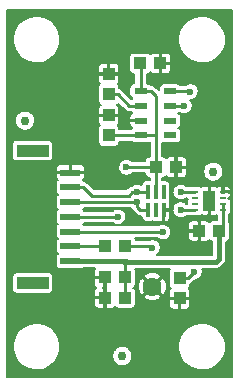
<source format=gbr>
G04 #@! TF.FileFunction,Copper,L1,Top,Signal*
%FSLAX46Y46*%
G04 Gerber Fmt 4.6, Leading zero omitted, Abs format (unit mm)*
G04 Created by KiCad (PCBNEW 4.0.7) date Wednesday, June 27, 2018 'AMt' 09:51:16 AM*
%MOMM*%
%LPD*%
G01*
G04 APERTURE LIST*
%ADD10C,0.100000*%
%ADD11R,1.000000X1.100000*%
%ADD12R,1.100000X1.000000*%
%ADD13R,1.100000X0.500000*%
%ADD14R,0.550000X0.250000*%
%ADD15R,1.000000X1.700000*%
%ADD16R,0.350000X1.200000*%
%ADD17R,1.700000X0.600000*%
%ADD18R,2.700000X1.000000*%
%ADD19C,0.750000*%
%ADD20C,1.624000*%
%ADD21C,0.600000*%
%ADD22C,0.250000*%
%ADD23C,0.381000*%
%ADD24C,0.203200*%
G04 APERTURE END LIST*
D10*
D11*
X229107200Y-107602800D03*
X229107200Y-105902800D03*
D12*
X238450000Y-119200000D03*
X236750000Y-119200000D03*
X231750000Y-105000000D03*
X233450000Y-105000000D03*
X233097136Y-113790010D03*
X234797136Y-113790010D03*
D11*
X229107200Y-111108000D03*
X229107200Y-109408000D03*
D12*
X230465466Y-124860098D03*
X228765466Y-124860098D03*
X230465466Y-123132898D03*
X228765466Y-123132898D03*
D11*
X235100000Y-124900000D03*
X235100000Y-123200000D03*
D12*
X230450000Y-120500000D03*
X228750000Y-120500000D03*
D13*
X231800000Y-107350000D03*
X231800000Y-108600000D03*
X231800000Y-109850000D03*
X231800000Y-111100000D03*
X234300000Y-111100000D03*
X234300000Y-109850000D03*
X234300000Y-108600000D03*
X234300000Y-107350000D03*
D14*
X236425000Y-115900000D03*
X236425000Y-116400000D03*
X236425000Y-116900000D03*
X236425000Y-117400000D03*
X238775000Y-117400000D03*
X238775000Y-116900000D03*
X238775000Y-116400000D03*
X238775000Y-115900000D03*
D15*
X237600000Y-116650000D03*
D16*
X232447136Y-117419210D03*
X233097136Y-117419210D03*
X233747136Y-117419210D03*
X233747136Y-115919210D03*
X233097136Y-115919210D03*
X232447136Y-115919210D03*
D17*
X225850000Y-114250000D03*
X225850000Y-115500000D03*
X225850000Y-116750000D03*
X225850000Y-118000000D03*
X225850000Y-119250000D03*
X225850000Y-120500000D03*
X225850000Y-121750000D03*
D18*
X222650000Y-112400000D03*
X222650000Y-123600000D03*
D19*
X230251000Y-129794000D03*
X237947200Y-114167920D03*
X221996000Y-109855000D03*
D20*
X232800000Y-123900000D03*
D21*
X228500000Y-127850000D03*
X229500000Y-127850000D03*
X229500000Y-127000000D03*
X228500000Y-127000000D03*
X226550000Y-110500000D03*
X226550000Y-109800000D03*
X225850000Y-109800000D03*
X225850000Y-110500000D03*
X230600000Y-121800000D03*
X230600000Y-113800000D03*
X236350000Y-122650000D03*
X232800000Y-120600000D03*
X231500000Y-115900000D03*
X235500000Y-108600000D03*
X235200000Y-115900000D03*
X231500000Y-116750000D03*
X236000000Y-107400000D03*
X235200000Y-117400000D03*
X229900000Y-118000000D03*
X233700000Y-119300000D03*
D22*
X229107200Y-107602800D02*
X229857200Y-107602800D01*
X229857200Y-107602800D02*
X230854400Y-108600000D01*
X230854400Y-108600000D02*
X231000000Y-108600000D01*
X231000000Y-108600000D02*
X231800000Y-108600000D01*
X228500000Y-127850000D02*
X229500000Y-127850000D01*
X228500000Y-127000000D02*
X229500000Y-127000000D01*
X228500000Y-127850000D02*
X228500000Y-127000000D01*
X229500000Y-127000000D02*
X229500000Y-127850000D01*
X228765466Y-124860098D02*
X228765466Y-126734534D01*
X228765466Y-126734534D02*
X228500000Y-127000000D01*
X228765466Y-123132898D02*
X228765466Y-124860098D01*
X226550000Y-110500000D02*
X225850000Y-110500000D01*
X225850000Y-109800000D02*
X226550000Y-109800000D01*
X225850000Y-114250000D02*
X225850000Y-110500000D01*
D23*
X238200000Y-121800000D02*
X230600000Y-121800000D01*
X238200000Y-121800000D02*
X238450000Y-121550000D01*
X238450000Y-121550000D02*
X238450000Y-119200000D01*
D22*
X230465466Y-123132898D02*
X230465466Y-121934534D01*
X230465466Y-121934534D02*
X230600000Y-121800000D01*
D23*
X225850000Y-121750000D02*
X230550000Y-121750000D01*
X230550000Y-121750000D02*
X230600000Y-121800000D01*
D22*
X231800000Y-107350000D02*
X231800000Y-105050000D01*
X231800000Y-105050000D02*
X231750000Y-105000000D01*
X233100000Y-109800000D02*
X233100000Y-111100000D01*
X231800000Y-111100000D02*
X233100000Y-111100000D01*
X233100000Y-111100000D02*
X233100000Y-111897136D01*
X233100000Y-109800000D02*
X233100000Y-110100000D01*
X233100000Y-107800000D02*
X233100000Y-109800000D01*
X233097136Y-111597136D02*
X233097136Y-111900000D01*
X233097136Y-111900000D02*
X233097136Y-113040010D01*
X233100000Y-111897136D02*
X233097136Y-111900000D01*
X238775000Y-117400000D02*
X238775000Y-118875000D01*
X238775000Y-118875000D02*
X238450000Y-119200000D01*
X238775000Y-117400000D02*
X238775000Y-116900000D01*
X233097136Y-113040010D02*
X233097136Y-113790010D01*
X233097136Y-115919210D02*
X233097136Y-114900000D01*
X233097136Y-114900000D02*
X233097136Y-113790010D01*
X230600000Y-113800000D02*
X233087146Y-113800000D01*
X233087146Y-113800000D02*
X233097136Y-113790010D01*
X230465466Y-124860098D02*
X230465466Y-123132898D01*
X232100000Y-111100000D02*
X231800000Y-111100000D01*
X231800000Y-107350000D02*
X232650000Y-107350000D01*
X232650000Y-107350000D02*
X233100000Y-107800000D01*
X229107200Y-111108000D02*
X231792000Y-111108000D01*
X231792000Y-111108000D02*
X231800000Y-111100000D01*
X235100000Y-123200000D02*
X235800000Y-123200000D01*
X235800000Y-123200000D02*
X236350000Y-122650000D01*
X230450000Y-120500000D02*
X232700000Y-120500000D01*
X232700000Y-120500000D02*
X232800000Y-120600000D01*
X225850000Y-120500000D02*
X228750000Y-120500000D01*
X232447136Y-115919210D02*
X231519210Y-115919210D01*
X231519210Y-115919210D02*
X231500000Y-115900000D01*
X230800000Y-116200000D02*
X231100000Y-115900000D01*
X231100000Y-115900000D02*
X231500000Y-115900000D01*
X235500000Y-108600000D02*
X234300000Y-108600000D01*
X235200000Y-115900000D02*
X236425000Y-115900000D01*
X232427926Y-115900000D02*
X232447136Y-115919210D01*
X227650000Y-116200000D02*
X230800000Y-116200000D01*
X225850000Y-115500000D02*
X226950000Y-115500000D01*
X226950000Y-115500000D02*
X227650000Y-116200000D01*
X231500000Y-116750000D02*
X231500000Y-117174264D01*
X231500000Y-117174264D02*
X231744946Y-117419210D01*
X231744946Y-117419210D02*
X232022136Y-117419210D01*
X231200000Y-116750000D02*
X231500000Y-116750000D01*
X234300000Y-107350000D02*
X235950000Y-107350000D01*
X235950000Y-107350000D02*
X236000000Y-107400000D01*
X235200000Y-117400000D02*
X236425000Y-117400000D01*
X235250000Y-117350000D02*
X235200000Y-117400000D01*
X231200000Y-116750000D02*
X226950000Y-116750000D01*
X232447136Y-117419210D02*
X232022136Y-117419210D01*
X226950000Y-116750000D02*
X225850000Y-116750000D01*
X229900000Y-118000000D02*
X225850000Y-118000000D01*
X225850000Y-119250000D02*
X233650000Y-119250000D01*
X233650000Y-119250000D02*
X233700000Y-119300000D01*
D24*
G36*
X239523400Y-131523400D02*
X220476600Y-131523400D01*
X220476600Y-129168300D01*
X220995769Y-129168300D01*
X221066629Y-129554385D01*
X221211130Y-129919354D01*
X221423769Y-130249305D01*
X221696446Y-130531671D01*
X222018775Y-130755695D01*
X222378479Y-130912846D01*
X222761856Y-130997137D01*
X223154304Y-131005357D01*
X223540874Y-130937194D01*
X223906843Y-130795244D01*
X224238271Y-130584914D01*
X224522533Y-130314215D01*
X224748802Y-129993458D01*
X224805725Y-129865605D01*
X229398280Y-129865605D01*
X229428428Y-130029869D01*
X229489908Y-130185148D01*
X229580377Y-130325529D01*
X229696390Y-130445664D01*
X229833528Y-130540978D01*
X229986568Y-130607839D01*
X230149679Y-130643701D01*
X230316650Y-130647199D01*
X230481120Y-130618198D01*
X230636825Y-130557804D01*
X230777834Y-130468317D01*
X230898777Y-130353146D01*
X230995045Y-130216676D01*
X231062973Y-130064108D01*
X231099973Y-129901250D01*
X231102637Y-129710496D01*
X231070198Y-129546669D01*
X231006557Y-129392263D01*
X230914136Y-129253159D01*
X230829868Y-129168300D01*
X234995769Y-129168300D01*
X235066629Y-129554385D01*
X235211130Y-129919354D01*
X235423769Y-130249305D01*
X235696446Y-130531671D01*
X236018775Y-130755695D01*
X236378479Y-130912846D01*
X236761856Y-130997137D01*
X237154304Y-131005357D01*
X237540874Y-130937194D01*
X237906843Y-130795244D01*
X238238271Y-130584914D01*
X238522533Y-130314215D01*
X238748802Y-129993458D01*
X238908460Y-129634860D01*
X238995425Y-129252081D01*
X239001686Y-128803733D01*
X238925442Y-128418675D01*
X238775859Y-128055759D01*
X238558634Y-127728809D01*
X238282041Y-127450278D01*
X237956616Y-127230776D01*
X237594753Y-127078663D01*
X237210237Y-126999733D01*
X236817712Y-126996993D01*
X236432131Y-127070546D01*
X236068180Y-127217592D01*
X235739721Y-127432529D01*
X235459266Y-127707171D01*
X235237498Y-128031056D01*
X235082862Y-128391848D01*
X235001249Y-128775804D01*
X234995769Y-129168300D01*
X230829868Y-129168300D01*
X230796457Y-129134656D01*
X230658002Y-129041266D01*
X230504044Y-128976548D01*
X230340447Y-128942967D01*
X230173444Y-128941801D01*
X230009394Y-128973095D01*
X229854548Y-129035657D01*
X229714802Y-129127104D01*
X229595480Y-129243953D01*
X229501126Y-129381753D01*
X229435335Y-129535256D01*
X229400612Y-129698614D01*
X229398280Y-129865605D01*
X224805725Y-129865605D01*
X224908460Y-129634860D01*
X224995425Y-129252081D01*
X225001686Y-128803733D01*
X224925442Y-128418675D01*
X224775859Y-128055759D01*
X224558634Y-127728809D01*
X224282041Y-127450278D01*
X223956616Y-127230776D01*
X223594753Y-127078663D01*
X223210237Y-126999733D01*
X222817712Y-126996993D01*
X222432131Y-127070546D01*
X222068180Y-127217592D01*
X221739721Y-127432529D01*
X221459266Y-127707171D01*
X221237498Y-128031056D01*
X221082862Y-128391848D01*
X221001249Y-128775804D01*
X220995769Y-129168300D01*
X220476600Y-129168300D01*
X220476600Y-125008898D01*
X227813866Y-125008898D01*
X227813866Y-125399652D01*
X227829299Y-125477241D01*
X227859573Y-125550327D01*
X227903523Y-125616103D01*
X227959461Y-125672041D01*
X228025237Y-125715991D01*
X228098324Y-125746265D01*
X228175912Y-125761698D01*
X228616666Y-125761698D01*
X228717066Y-125661298D01*
X228717066Y-124908498D01*
X227914266Y-124908498D01*
X227813866Y-125008898D01*
X220476600Y-125008898D01*
X220476600Y-123100000D01*
X220896457Y-123100000D01*
X220896457Y-124100000D01*
X220901557Y-124163953D01*
X220935149Y-124272425D01*
X220997630Y-124367244D01*
X221084053Y-124440902D01*
X221187576Y-124487566D01*
X221300000Y-124503543D01*
X224000000Y-124503543D01*
X224063953Y-124498443D01*
X224172425Y-124464851D01*
X224267244Y-124402370D01*
X224340902Y-124315947D01*
X224387566Y-124212424D01*
X224403543Y-124100000D01*
X224403543Y-123281698D01*
X227813866Y-123281698D01*
X227813866Y-123672452D01*
X227829299Y-123750041D01*
X227859573Y-123823127D01*
X227903523Y-123888903D01*
X227959461Y-123944841D01*
X228025237Y-123988791D01*
X228043843Y-123996498D01*
X228025237Y-124004205D01*
X227959461Y-124048155D01*
X227903523Y-124104093D01*
X227859573Y-124169869D01*
X227829299Y-124242955D01*
X227813866Y-124320544D01*
X227813866Y-124711298D01*
X227914266Y-124811698D01*
X228717066Y-124811698D01*
X228717066Y-124058898D01*
X228654666Y-123996498D01*
X228717066Y-123934098D01*
X228717066Y-123181298D01*
X227914266Y-123181298D01*
X227813866Y-123281698D01*
X224403543Y-123281698D01*
X224403543Y-123100000D01*
X224398443Y-123036047D01*
X224364851Y-122927575D01*
X224302370Y-122832756D01*
X224215947Y-122759098D01*
X224112424Y-122712434D01*
X224000000Y-122696457D01*
X221300000Y-122696457D01*
X221236047Y-122701557D01*
X221127575Y-122735149D01*
X221032756Y-122797630D01*
X220959098Y-122884053D01*
X220912434Y-122987576D01*
X220896457Y-123100000D01*
X220476600Y-123100000D01*
X220476600Y-115200000D01*
X224596457Y-115200000D01*
X224596457Y-115800000D01*
X224601557Y-115863953D01*
X224635149Y-115972425D01*
X224697630Y-116067244D01*
X224766138Y-116125633D01*
X224732756Y-116147630D01*
X224659098Y-116234053D01*
X224612434Y-116337576D01*
X224596457Y-116450000D01*
X224596457Y-117050000D01*
X224601557Y-117113953D01*
X224635149Y-117222425D01*
X224697630Y-117317244D01*
X224766138Y-117375633D01*
X224732756Y-117397630D01*
X224659098Y-117484053D01*
X224612434Y-117587576D01*
X224596457Y-117700000D01*
X224596457Y-118300000D01*
X224601557Y-118363953D01*
X224635149Y-118472425D01*
X224697630Y-118567244D01*
X224766138Y-118625633D01*
X224732756Y-118647630D01*
X224659098Y-118734053D01*
X224612434Y-118837576D01*
X224596457Y-118950000D01*
X224596457Y-119550000D01*
X224601557Y-119613953D01*
X224635149Y-119722425D01*
X224697630Y-119817244D01*
X224766138Y-119875633D01*
X224732756Y-119897630D01*
X224659098Y-119984053D01*
X224612434Y-120087576D01*
X224596457Y-120200000D01*
X224596457Y-120800000D01*
X224601557Y-120863953D01*
X224635149Y-120972425D01*
X224697630Y-121067244D01*
X224766138Y-121125633D01*
X224732756Y-121147630D01*
X224659098Y-121234053D01*
X224612434Y-121337576D01*
X224596457Y-121450000D01*
X224596457Y-122050000D01*
X224601557Y-122113953D01*
X224635149Y-122222425D01*
X224697630Y-122317244D01*
X224784053Y-122390902D01*
X224887576Y-122437566D01*
X225000000Y-122453543D01*
X226700000Y-122453543D01*
X226763953Y-122448443D01*
X226872425Y-122414851D01*
X226967244Y-122352370D01*
X226975997Y-122342100D01*
X227938316Y-122342100D01*
X227903523Y-122376893D01*
X227859573Y-122442669D01*
X227829299Y-122515755D01*
X227813866Y-122593344D01*
X227813866Y-122984098D01*
X227914266Y-123084498D01*
X228717066Y-123084498D01*
X228717066Y-123064498D01*
X228813866Y-123064498D01*
X228813866Y-123084498D01*
X228833866Y-123084498D01*
X228833866Y-123181298D01*
X228813866Y-123181298D01*
X228813866Y-123934098D01*
X228876266Y-123996498D01*
X228813866Y-124058898D01*
X228813866Y-124811698D01*
X228833866Y-124811698D01*
X228833866Y-124908498D01*
X228813866Y-124908498D01*
X228813866Y-125661298D01*
X228914266Y-125761698D01*
X229355020Y-125761698D01*
X229432608Y-125746265D01*
X229505695Y-125715991D01*
X229571471Y-125672041D01*
X229614756Y-125628756D01*
X229699519Y-125701000D01*
X229803042Y-125747664D01*
X229915466Y-125763641D01*
X231015466Y-125763641D01*
X231079419Y-125758541D01*
X231187891Y-125724949D01*
X231282710Y-125662468D01*
X231356368Y-125576045D01*
X231403032Y-125472522D01*
X231419009Y-125360098D01*
X231419009Y-124724787D01*
X232043661Y-124724787D01*
X232122933Y-124914245D01*
X232333812Y-125026846D01*
X232562607Y-125096143D01*
X232800523Y-125119472D01*
X233038421Y-125095938D01*
X233193574Y-125048800D01*
X234198400Y-125048800D01*
X234198400Y-125489554D01*
X234213833Y-125567142D01*
X234244107Y-125640229D01*
X234288057Y-125706005D01*
X234343995Y-125761943D01*
X234409771Y-125805893D01*
X234482857Y-125836167D01*
X234560446Y-125851600D01*
X234951200Y-125851600D01*
X235051600Y-125751200D01*
X235051600Y-124948400D01*
X235148400Y-124948400D01*
X235148400Y-125751200D01*
X235248800Y-125851600D01*
X235639554Y-125851600D01*
X235717143Y-125836167D01*
X235790229Y-125805893D01*
X235856005Y-125761943D01*
X235911943Y-125706005D01*
X235955893Y-125640229D01*
X235986167Y-125567142D01*
X236001600Y-125489554D01*
X236001600Y-125048800D01*
X235901200Y-124948400D01*
X235148400Y-124948400D01*
X235051600Y-124948400D01*
X234298800Y-124948400D01*
X234198400Y-125048800D01*
X233193574Y-125048800D01*
X233267156Y-125026445D01*
X233477067Y-124914245D01*
X233556339Y-124724787D01*
X232800000Y-123968448D01*
X232043661Y-124724787D01*
X231419009Y-124724787D01*
X231419009Y-124360098D01*
X231413909Y-124296145D01*
X231380317Y-124187673D01*
X231317836Y-124092854D01*
X231231413Y-124019196D01*
X231185486Y-123998494D01*
X231187891Y-123997749D01*
X231282710Y-123935268D01*
X231312323Y-123900523D01*
X231580528Y-123900523D01*
X231604062Y-124138421D01*
X231673555Y-124367156D01*
X231785755Y-124577067D01*
X231975213Y-124656339D01*
X232731552Y-123900000D01*
X232868448Y-123900000D01*
X233624787Y-124656339D01*
X233814245Y-124577067D01*
X233926846Y-124366188D01*
X233996143Y-124137393D01*
X234019472Y-123899477D01*
X233995938Y-123661579D01*
X233926445Y-123432844D01*
X233814245Y-123222933D01*
X233624787Y-123143661D01*
X232868448Y-123900000D01*
X232731552Y-123900000D01*
X231975213Y-123143661D01*
X231785755Y-123222933D01*
X231673154Y-123433812D01*
X231603857Y-123662607D01*
X231580528Y-123900523D01*
X231312323Y-123900523D01*
X231356368Y-123848845D01*
X231403032Y-123745322D01*
X231419009Y-123632898D01*
X231419009Y-123075213D01*
X232043661Y-123075213D01*
X232800000Y-123831552D01*
X233556339Y-123075213D01*
X233477067Y-122885755D01*
X233266188Y-122773154D01*
X233037393Y-122703857D01*
X232799477Y-122680528D01*
X232561579Y-122704062D01*
X232332844Y-122773555D01*
X232122933Y-122885755D01*
X232043661Y-123075213D01*
X231419009Y-123075213D01*
X231419009Y-122632898D01*
X231413909Y-122568945D01*
X231380317Y-122460473D01*
X231335263Y-122392100D01*
X234294854Y-122392100D01*
X234259098Y-122434053D01*
X234212434Y-122537576D01*
X234196457Y-122650000D01*
X234196457Y-123750000D01*
X234201557Y-123813953D01*
X234235149Y-123922425D01*
X234297630Y-124017244D01*
X234333897Y-124048155D01*
X234288057Y-124093995D01*
X234244107Y-124159771D01*
X234213833Y-124232858D01*
X234198400Y-124310446D01*
X234198400Y-124751200D01*
X234298800Y-124851600D01*
X235051600Y-124851600D01*
X235051600Y-124831600D01*
X235148400Y-124831600D01*
X235148400Y-124851600D01*
X235901200Y-124851600D01*
X236001600Y-124751200D01*
X236001600Y-124310446D01*
X235986167Y-124232858D01*
X235955893Y-124159771D01*
X235911943Y-124093995D01*
X235868658Y-124050710D01*
X235940902Y-123965947D01*
X235987566Y-123862424D01*
X236003543Y-123750000D01*
X236003543Y-123685339D01*
X236043607Y-123664037D01*
X236086807Y-123641644D01*
X236088973Y-123639915D01*
X236091416Y-123638616D01*
X236129074Y-123607903D01*
X236167128Y-123577525D01*
X236170980Y-123573725D01*
X236171060Y-123573660D01*
X236171121Y-123573586D01*
X236172362Y-123572362D01*
X236392059Y-123352665D01*
X236404087Y-123352917D01*
X236539587Y-123329025D01*
X236667866Y-123279269D01*
X236784038Y-123205544D01*
X236883678Y-123110658D01*
X236962990Y-122998227D01*
X237018953Y-122872531D01*
X237049436Y-122738359D01*
X237051630Y-122581205D01*
X237024905Y-122446234D01*
X237002593Y-122392100D01*
X238200000Y-122392100D01*
X238254429Y-122386763D01*
X238308918Y-122381996D01*
X238311906Y-122381128D01*
X238315006Y-122380824D01*
X238367415Y-122365001D01*
X238419887Y-122349756D01*
X238422648Y-122348325D01*
X238425632Y-122347424D01*
X238473973Y-122321721D01*
X238522480Y-122296577D01*
X238524911Y-122294636D01*
X238527663Y-122293173D01*
X238570077Y-122258581D01*
X238612791Y-122224483D01*
X238617124Y-122220211D01*
X238617214Y-122220137D01*
X238617283Y-122220053D01*
X238618678Y-122218678D01*
X238868678Y-121968678D01*
X238903395Y-121926412D01*
X238938550Y-121884517D01*
X238940050Y-121881789D01*
X238942026Y-121879383D01*
X238967884Y-121831158D01*
X238994220Y-121783253D01*
X238995160Y-121780288D01*
X238996633Y-121777542D01*
X239012628Y-121725223D01*
X239029161Y-121673105D01*
X239029508Y-121670010D01*
X239030418Y-121667034D01*
X239035943Y-121612638D01*
X239042042Y-121558267D01*
X239042085Y-121552178D01*
X239042096Y-121552067D01*
X239042086Y-121551964D01*
X239042100Y-121550000D01*
X239042100Y-120100186D01*
X239063953Y-120098443D01*
X239172425Y-120064851D01*
X239267244Y-120002370D01*
X239340902Y-119915947D01*
X239387566Y-119812424D01*
X239403543Y-119700000D01*
X239403543Y-118700000D01*
X239398443Y-118636047D01*
X239364851Y-118527575D01*
X239302370Y-118432756D01*
X239301600Y-118432100D01*
X239301600Y-117837679D01*
X239317244Y-117827370D01*
X239390902Y-117740947D01*
X239437566Y-117637424D01*
X239453543Y-117525000D01*
X239453543Y-117275000D01*
X239448443Y-117211047D01*
X239430499Y-117153103D01*
X239437566Y-117137424D01*
X239453543Y-117025000D01*
X239453543Y-116775000D01*
X239448443Y-116711047D01*
X239430981Y-116654662D01*
X239436167Y-116642143D01*
X239451600Y-116564554D01*
X239451600Y-116548800D01*
X239351200Y-116448400D01*
X239282728Y-116448400D01*
X239265947Y-116434098D01*
X239192121Y-116400820D01*
X239240229Y-116380893D01*
X239284069Y-116351600D01*
X239351200Y-116351600D01*
X239451600Y-116251200D01*
X239451600Y-116235446D01*
X239436167Y-116157857D01*
X239432912Y-116150000D01*
X239436167Y-116142143D01*
X239451600Y-116064554D01*
X239451600Y-116048800D01*
X239351200Y-115948400D01*
X239284069Y-115948400D01*
X239240229Y-115919107D01*
X239167142Y-115888833D01*
X239089554Y-115873400D01*
X238923800Y-115873400D01*
X238848800Y-115948400D01*
X238823400Y-115948400D01*
X238823400Y-115968400D01*
X238726600Y-115968400D01*
X238726600Y-115948400D01*
X238706600Y-115948400D01*
X238706600Y-115851600D01*
X238726600Y-115851600D01*
X238726600Y-115473800D01*
X238823400Y-115473800D01*
X238823400Y-115851600D01*
X239351200Y-115851600D01*
X239451600Y-115751200D01*
X239451600Y-115735446D01*
X239436167Y-115657857D01*
X239405893Y-115584771D01*
X239361943Y-115518995D01*
X239306005Y-115463057D01*
X239240229Y-115419107D01*
X239167142Y-115388833D01*
X239089554Y-115373400D01*
X238923800Y-115373400D01*
X238823400Y-115473800D01*
X238726600Y-115473800D01*
X238626200Y-115373400D01*
X238460446Y-115373400D01*
X238382858Y-115388833D01*
X238309771Y-115419107D01*
X238279196Y-115439537D01*
X238217142Y-115413833D01*
X238139554Y-115398400D01*
X237748800Y-115398400D01*
X237648400Y-115498800D01*
X237648400Y-116601600D01*
X237668400Y-116601600D01*
X237668400Y-116698400D01*
X237648400Y-116698400D01*
X237648400Y-117801200D01*
X237748800Y-117901600D01*
X238139554Y-117901600D01*
X238217142Y-117886167D01*
X238248400Y-117873219D01*
X238248400Y-118296457D01*
X237900000Y-118296457D01*
X237836047Y-118301557D01*
X237727575Y-118335149D01*
X237632756Y-118397630D01*
X237601845Y-118433897D01*
X237556005Y-118388057D01*
X237490229Y-118344107D01*
X237417142Y-118313833D01*
X237339554Y-118298400D01*
X236898800Y-118298400D01*
X236798400Y-118398800D01*
X236798400Y-119151600D01*
X236818400Y-119151600D01*
X236818400Y-119248400D01*
X236798400Y-119248400D01*
X236798400Y-120001200D01*
X236898800Y-120101600D01*
X237339554Y-120101600D01*
X237417142Y-120086167D01*
X237490229Y-120055893D01*
X237556005Y-120011943D01*
X237599290Y-119968658D01*
X237684053Y-120040902D01*
X237787576Y-120087566D01*
X237857900Y-120097560D01*
X237857900Y-121207900D01*
X233151538Y-121207900D01*
X233234038Y-121155544D01*
X233333678Y-121060658D01*
X233412990Y-120948227D01*
X233468953Y-120822531D01*
X233499436Y-120688359D01*
X233501630Y-120531205D01*
X233474905Y-120396234D01*
X233422474Y-120269025D01*
X233346332Y-120154423D01*
X233249381Y-120056792D01*
X233135313Y-119979852D01*
X233008473Y-119926534D01*
X232873692Y-119898867D01*
X232736104Y-119897906D01*
X232600951Y-119923688D01*
X232477911Y-119973400D01*
X231401422Y-119973400D01*
X231398443Y-119936047D01*
X231364851Y-119827575D01*
X231331261Y-119776600D01*
X233184866Y-119776600D01*
X233243079Y-119836881D01*
X233356061Y-119915406D01*
X233482145Y-119970490D01*
X233616526Y-120000036D01*
X233754087Y-120002917D01*
X233889587Y-119979025D01*
X234017866Y-119929269D01*
X234134038Y-119855544D01*
X234233678Y-119760658D01*
X234312990Y-119648227D01*
X234368953Y-119522531D01*
X234399436Y-119388359D01*
X234399988Y-119348800D01*
X235798400Y-119348800D01*
X235798400Y-119739554D01*
X235813833Y-119817143D01*
X235844107Y-119890229D01*
X235888057Y-119956005D01*
X235943995Y-120011943D01*
X236009771Y-120055893D01*
X236082858Y-120086167D01*
X236160446Y-120101600D01*
X236601200Y-120101600D01*
X236701600Y-120001200D01*
X236701600Y-119248400D01*
X235898800Y-119248400D01*
X235798400Y-119348800D01*
X234399988Y-119348800D01*
X234401630Y-119231205D01*
X234374905Y-119096234D01*
X234322474Y-118969025D01*
X234246332Y-118854423D01*
X234149381Y-118756792D01*
X234035313Y-118679852D01*
X233989148Y-118660446D01*
X235798400Y-118660446D01*
X235798400Y-119051200D01*
X235898800Y-119151600D01*
X236701600Y-119151600D01*
X236701600Y-118398800D01*
X236601200Y-118298400D01*
X236160446Y-118298400D01*
X236082858Y-118313833D01*
X236009771Y-118344107D01*
X235943995Y-118388057D01*
X235888057Y-118443995D01*
X235844107Y-118509771D01*
X235813833Y-118582857D01*
X235798400Y-118660446D01*
X233989148Y-118660446D01*
X233908473Y-118626534D01*
X233773692Y-118598867D01*
X233636104Y-118597906D01*
X233500951Y-118623688D01*
X233373379Y-118675231D01*
X233299769Y-118723400D01*
X227029152Y-118723400D01*
X227002370Y-118682756D01*
X226933862Y-118624367D01*
X226967244Y-118602370D01*
X227031822Y-118526600D01*
X229433151Y-118526600D01*
X229443079Y-118536881D01*
X229556061Y-118615406D01*
X229682145Y-118670490D01*
X229816526Y-118700036D01*
X229954087Y-118702917D01*
X230089587Y-118679025D01*
X230217866Y-118629269D01*
X230334038Y-118555544D01*
X230433678Y-118460658D01*
X230512990Y-118348227D01*
X230568953Y-118222531D01*
X230599436Y-118088359D01*
X230601630Y-117931205D01*
X230574905Y-117796234D01*
X230522474Y-117669025D01*
X230446332Y-117554423D01*
X230349381Y-117456792D01*
X230235313Y-117379852D01*
X230108473Y-117326534D01*
X229973692Y-117298867D01*
X229836104Y-117297906D01*
X229700951Y-117323688D01*
X229573379Y-117375231D01*
X229458247Y-117450571D01*
X229434935Y-117473400D01*
X227029152Y-117473400D01*
X227002370Y-117432756D01*
X226933862Y-117374367D01*
X226967244Y-117352370D01*
X227031822Y-117276600D01*
X230983445Y-117276600D01*
X230997484Y-117323099D01*
X231011059Y-117369826D01*
X231012334Y-117372285D01*
X231013134Y-117374936D01*
X231035963Y-117417871D01*
X231058356Y-117461071D01*
X231060085Y-117463237D01*
X231061384Y-117465680D01*
X231092097Y-117503338D01*
X231122475Y-117541392D01*
X231126275Y-117545244D01*
X231126340Y-117545324D01*
X231126414Y-117545385D01*
X231127638Y-117546626D01*
X231372584Y-117791572D01*
X231410141Y-117822422D01*
X231447434Y-117853715D01*
X231449861Y-117855049D01*
X231452001Y-117856807D01*
X231494874Y-117879795D01*
X231537496Y-117903227D01*
X231540135Y-117904064D01*
X231542576Y-117905373D01*
X231589088Y-117919593D01*
X231635460Y-117934303D01*
X231638213Y-117934612D01*
X231640860Y-117935421D01*
X231689237Y-117940335D01*
X231737594Y-117945759D01*
X231743005Y-117945797D01*
X231743108Y-117945807D01*
X231743204Y-117945798D01*
X231744946Y-117945810D01*
X231868593Y-117945810D01*
X231868593Y-118019210D01*
X231873693Y-118083163D01*
X231907285Y-118191635D01*
X231969766Y-118286454D01*
X232056189Y-118360112D01*
X232159712Y-118406776D01*
X232272136Y-118422753D01*
X232622136Y-118422753D01*
X232686089Y-118417653D01*
X232773671Y-118390530D01*
X232809712Y-118406776D01*
X232922136Y-118422753D01*
X233272136Y-118422753D01*
X233336089Y-118417653D01*
X233421085Y-118391331D01*
X233454993Y-118405377D01*
X233532582Y-118420810D01*
X233598336Y-118420810D01*
X233698736Y-118320410D01*
X233698736Y-117467610D01*
X233795536Y-117467610D01*
X233795536Y-118320410D01*
X233895936Y-118420810D01*
X233961690Y-118420810D01*
X234039279Y-118405377D01*
X234112365Y-118375103D01*
X234178141Y-118331153D01*
X234234079Y-118275215D01*
X234278029Y-118209439D01*
X234308303Y-118136352D01*
X234323736Y-118058764D01*
X234323736Y-117568010D01*
X234223336Y-117467610D01*
X233795536Y-117467610D01*
X233698736Y-117467610D01*
X233678736Y-117467610D01*
X233678736Y-117370810D01*
X233698736Y-117370810D01*
X233698736Y-117350810D01*
X233795536Y-117350810D01*
X233795536Y-117370810D01*
X234223336Y-117370810D01*
X234323736Y-117270410D01*
X234323736Y-116779656D01*
X234308303Y-116702068D01*
X234293769Y-116666981D01*
X234309702Y-116631634D01*
X234325679Y-116519210D01*
X234325679Y-115958992D01*
X234497478Y-115958992D01*
X234522315Y-116094323D01*
X234572966Y-116222252D01*
X234647500Y-116337906D01*
X234743079Y-116436881D01*
X234856061Y-116515406D01*
X234982145Y-116570490D01*
X235116526Y-116600036D01*
X235254087Y-116602917D01*
X235389587Y-116579025D01*
X235517866Y-116529269D01*
X235634038Y-116455544D01*
X235664432Y-116426600D01*
X235748400Y-116426600D01*
X235748400Y-116448402D01*
X235848798Y-116448402D01*
X235748400Y-116548800D01*
X235748400Y-116564554D01*
X235763833Y-116642143D01*
X235767574Y-116651174D01*
X235762434Y-116662576D01*
X235746457Y-116775000D01*
X235746457Y-116873400D01*
X235665873Y-116873400D01*
X235649381Y-116856792D01*
X235535313Y-116779852D01*
X235408473Y-116726534D01*
X235273692Y-116698867D01*
X235136104Y-116697906D01*
X235000951Y-116723688D01*
X234873379Y-116775231D01*
X234758247Y-116850571D01*
X234659942Y-116946838D01*
X234582208Y-117060366D01*
X234528005Y-117186831D01*
X234499399Y-117321415D01*
X234497478Y-117458992D01*
X234522315Y-117594323D01*
X234572966Y-117722252D01*
X234647500Y-117837906D01*
X234743079Y-117936881D01*
X234856061Y-118015406D01*
X234982145Y-118070490D01*
X235116526Y-118100036D01*
X235254087Y-118102917D01*
X235389587Y-118079025D01*
X235517866Y-118029269D01*
X235634038Y-117955544D01*
X235664432Y-117926600D01*
X236136328Y-117926600D01*
X236150000Y-117928543D01*
X236700000Y-117928543D01*
X236763953Y-117923443D01*
X236872425Y-117889851D01*
X236918482Y-117859501D01*
X236982858Y-117886167D01*
X237060446Y-117901600D01*
X237451200Y-117901600D01*
X237551600Y-117801200D01*
X237551600Y-116698400D01*
X237531600Y-116698400D01*
X237531600Y-116601600D01*
X237551600Y-116601600D01*
X237551600Y-115498800D01*
X237451200Y-115398400D01*
X237060446Y-115398400D01*
X236982858Y-115413833D01*
X236921830Y-115439112D01*
X236915947Y-115434098D01*
X236812424Y-115387434D01*
X236700000Y-115371457D01*
X236150000Y-115371457D01*
X236125635Y-115373400D01*
X235665873Y-115373400D01*
X235649381Y-115356792D01*
X235535313Y-115279852D01*
X235408473Y-115226534D01*
X235273692Y-115198867D01*
X235136104Y-115197906D01*
X235000951Y-115223688D01*
X234873379Y-115275231D01*
X234758247Y-115350571D01*
X234659942Y-115446838D01*
X234582208Y-115560366D01*
X234528005Y-115686831D01*
X234499399Y-115821415D01*
X234497478Y-115958992D01*
X234325679Y-115958992D01*
X234325679Y-115319210D01*
X234320579Y-115255257D01*
X234286987Y-115146785D01*
X234224506Y-115051966D01*
X234138083Y-114978308D01*
X234034560Y-114931644D01*
X233922136Y-114915667D01*
X233623736Y-114915667D01*
X233623736Y-114693553D01*
X233647136Y-114693553D01*
X233711089Y-114688453D01*
X233819561Y-114654861D01*
X233914380Y-114592380D01*
X233945291Y-114556113D01*
X233991131Y-114601953D01*
X234056907Y-114645903D01*
X234129994Y-114676177D01*
X234207582Y-114691610D01*
X234648336Y-114691610D01*
X234748736Y-114591210D01*
X234748736Y-113838410D01*
X234845536Y-113838410D01*
X234845536Y-114591210D01*
X234945936Y-114691610D01*
X235386690Y-114691610D01*
X235464278Y-114676177D01*
X235537365Y-114645903D01*
X235603141Y-114601953D01*
X235659079Y-114546015D01*
X235703029Y-114480239D01*
X235733303Y-114407153D01*
X235748736Y-114329564D01*
X235748736Y-114239525D01*
X237094480Y-114239525D01*
X237124628Y-114403789D01*
X237186108Y-114559068D01*
X237276577Y-114699449D01*
X237392590Y-114819584D01*
X237529728Y-114914898D01*
X237682768Y-114981759D01*
X237845879Y-115017621D01*
X238012850Y-115021119D01*
X238177320Y-114992118D01*
X238333025Y-114931724D01*
X238474034Y-114842237D01*
X238594977Y-114727066D01*
X238691245Y-114590596D01*
X238759173Y-114438028D01*
X238796173Y-114275170D01*
X238798837Y-114084416D01*
X238766398Y-113920589D01*
X238702757Y-113766183D01*
X238610336Y-113627079D01*
X238492657Y-113508576D01*
X238354202Y-113415186D01*
X238200244Y-113350468D01*
X238036647Y-113316887D01*
X237869644Y-113315721D01*
X237705594Y-113347015D01*
X237550748Y-113409577D01*
X237411002Y-113501024D01*
X237291680Y-113617873D01*
X237197326Y-113755673D01*
X237131535Y-113909176D01*
X237096812Y-114072534D01*
X237094480Y-114239525D01*
X235748736Y-114239525D01*
X235748736Y-113938810D01*
X235648336Y-113838410D01*
X234845536Y-113838410D01*
X234748736Y-113838410D01*
X234728736Y-113838410D01*
X234728736Y-113741610D01*
X234748736Y-113741610D01*
X234748736Y-112988810D01*
X234845536Y-112988810D01*
X234845536Y-113741610D01*
X235648336Y-113741610D01*
X235748736Y-113641210D01*
X235748736Y-113250456D01*
X235733303Y-113172867D01*
X235703029Y-113099781D01*
X235659079Y-113034005D01*
X235603141Y-112978067D01*
X235537365Y-112934117D01*
X235464278Y-112903843D01*
X235386690Y-112888410D01*
X234945936Y-112888410D01*
X234845536Y-112988810D01*
X234748736Y-112988810D01*
X234648336Y-112888410D01*
X234207582Y-112888410D01*
X234129994Y-112903843D01*
X234056907Y-112934117D01*
X233991131Y-112978067D01*
X233947846Y-113021352D01*
X233863083Y-112949108D01*
X233759560Y-112902444D01*
X233647136Y-112886467D01*
X233623736Y-112886467D01*
X233623736Y-111929567D01*
X233626549Y-111904488D01*
X233626587Y-111899068D01*
X233626596Y-111898975D01*
X233626588Y-111898889D01*
X233626600Y-111897136D01*
X233626600Y-111732618D01*
X233637576Y-111737566D01*
X233750000Y-111753543D01*
X234850000Y-111753543D01*
X234913953Y-111748443D01*
X235022425Y-111714851D01*
X235117244Y-111652370D01*
X235190902Y-111565947D01*
X235237566Y-111462424D01*
X235253543Y-111350000D01*
X235253543Y-110850000D01*
X235248443Y-110786047D01*
X235214851Y-110677575D01*
X235152370Y-110582756D01*
X235065947Y-110509098D01*
X234990037Y-110474881D01*
X235022425Y-110464851D01*
X235117244Y-110402370D01*
X235190902Y-110315947D01*
X235237566Y-110212424D01*
X235253543Y-110100000D01*
X235253543Y-109600000D01*
X235248443Y-109536047D01*
X235214851Y-109427575D01*
X235152370Y-109332756D01*
X235065947Y-109259098D01*
X234990037Y-109224881D01*
X235022425Y-109214851D01*
X235090613Y-109169918D01*
X235156061Y-109215406D01*
X235282145Y-109270490D01*
X235416526Y-109300036D01*
X235554087Y-109302917D01*
X235689587Y-109279025D01*
X235817866Y-109229269D01*
X235934038Y-109155544D01*
X236033678Y-109060658D01*
X236112990Y-108948227D01*
X236168953Y-108822531D01*
X236199436Y-108688359D01*
X236201630Y-108531205D01*
X236174905Y-108396234D01*
X236122474Y-108269025D01*
X236046332Y-108154423D01*
X235993934Y-108101657D01*
X236054087Y-108102917D01*
X236189587Y-108079025D01*
X236317866Y-108029269D01*
X236434038Y-107955544D01*
X236533678Y-107860658D01*
X236612990Y-107748227D01*
X236668953Y-107622531D01*
X236699436Y-107488359D01*
X236701630Y-107331205D01*
X236674905Y-107196234D01*
X236622474Y-107069025D01*
X236546332Y-106954423D01*
X236449381Y-106856792D01*
X236335313Y-106779852D01*
X236208473Y-106726534D01*
X236073692Y-106698867D01*
X235936104Y-106697906D01*
X235800951Y-106723688D01*
X235673379Y-106775231D01*
X235599769Y-106823400D01*
X235141393Y-106823400D01*
X235065947Y-106759098D01*
X234962424Y-106712434D01*
X234850000Y-106696457D01*
X233750000Y-106696457D01*
X233686047Y-106701557D01*
X233577575Y-106735149D01*
X233482756Y-106797630D01*
X233409098Y-106884053D01*
X233362434Y-106987576D01*
X233346457Y-107100000D01*
X233346457Y-107301732D01*
X233022362Y-106977638D01*
X232984805Y-106946788D01*
X232947512Y-106915495D01*
X232945085Y-106914161D01*
X232942945Y-106912403D01*
X232900072Y-106889415D01*
X232857450Y-106865983D01*
X232854811Y-106865146D01*
X232852370Y-106863837D01*
X232805858Y-106849617D01*
X232759486Y-106834907D01*
X232756733Y-106834598D01*
X232754086Y-106833789D01*
X232705709Y-106828875D01*
X232657352Y-106823451D01*
X232651941Y-106823413D01*
X232651838Y-106823403D01*
X232651742Y-106823412D01*
X232650000Y-106823400D01*
X232641393Y-106823400D01*
X232565947Y-106759098D01*
X232462424Y-106712434D01*
X232350000Y-106696457D01*
X232326600Y-106696457D01*
X232326600Y-105901422D01*
X232363953Y-105898443D01*
X232472425Y-105864851D01*
X232567244Y-105802370D01*
X232598155Y-105766103D01*
X232643995Y-105811943D01*
X232709771Y-105855893D01*
X232782858Y-105886167D01*
X232860446Y-105901600D01*
X233301200Y-105901600D01*
X233401600Y-105801200D01*
X233401600Y-105048400D01*
X233498400Y-105048400D01*
X233498400Y-105801200D01*
X233598800Y-105901600D01*
X234039554Y-105901600D01*
X234117142Y-105886167D01*
X234190229Y-105855893D01*
X234256005Y-105811943D01*
X234311943Y-105756005D01*
X234355893Y-105690229D01*
X234386167Y-105617143D01*
X234401600Y-105539554D01*
X234401600Y-105148800D01*
X234301200Y-105048400D01*
X233498400Y-105048400D01*
X233401600Y-105048400D01*
X233381600Y-105048400D01*
X233381600Y-104951600D01*
X233401600Y-104951600D01*
X233401600Y-104198800D01*
X233498400Y-104198800D01*
X233498400Y-104951600D01*
X234301200Y-104951600D01*
X234401600Y-104851200D01*
X234401600Y-104460446D01*
X234386167Y-104382857D01*
X234355893Y-104309771D01*
X234311943Y-104243995D01*
X234256005Y-104188057D01*
X234190229Y-104144107D01*
X234117142Y-104113833D01*
X234039554Y-104098400D01*
X233598800Y-104098400D01*
X233498400Y-104198800D01*
X233401600Y-104198800D01*
X233301200Y-104098400D01*
X232860446Y-104098400D01*
X232782858Y-104113833D01*
X232709771Y-104144107D01*
X232643995Y-104188057D01*
X232600710Y-104231342D01*
X232515947Y-104159098D01*
X232412424Y-104112434D01*
X232300000Y-104096457D01*
X231200000Y-104096457D01*
X231136047Y-104101557D01*
X231027575Y-104135149D01*
X230932756Y-104197630D01*
X230859098Y-104284053D01*
X230812434Y-104387576D01*
X230796457Y-104500000D01*
X230796457Y-105500000D01*
X230801557Y-105563953D01*
X230835149Y-105672425D01*
X230897630Y-105767244D01*
X230984053Y-105840902D01*
X231087576Y-105887566D01*
X231200000Y-105903543D01*
X231273400Y-105903543D01*
X231273400Y-106696457D01*
X231250000Y-106696457D01*
X231186047Y-106701557D01*
X231077575Y-106735149D01*
X230982756Y-106797630D01*
X230909098Y-106884053D01*
X230862434Y-106987576D01*
X230846457Y-107100000D01*
X230846457Y-107600000D01*
X230851557Y-107663953D01*
X230885149Y-107772425D01*
X230947630Y-107867244D01*
X231034053Y-107940902D01*
X231109963Y-107975119D01*
X231077575Y-107985149D01*
X231021334Y-108022209D01*
X230229562Y-107230438D01*
X230192005Y-107199588D01*
X230154712Y-107168295D01*
X230152285Y-107166961D01*
X230150145Y-107165203D01*
X230107272Y-107142215D01*
X230064650Y-107118783D01*
X230062011Y-107117946D01*
X230059570Y-107116637D01*
X230013058Y-107102417D01*
X230010743Y-107101683D01*
X230010743Y-107052800D01*
X230005643Y-106988847D01*
X229972051Y-106880375D01*
X229909570Y-106785556D01*
X229873303Y-106754645D01*
X229919143Y-106708805D01*
X229963093Y-106643029D01*
X229993367Y-106569942D01*
X230008800Y-106492354D01*
X230008800Y-106051600D01*
X229908400Y-105951200D01*
X229155600Y-105951200D01*
X229155600Y-105971200D01*
X229058800Y-105971200D01*
X229058800Y-105951200D01*
X228306000Y-105951200D01*
X228205600Y-106051600D01*
X228205600Y-106492354D01*
X228221033Y-106569942D01*
X228251307Y-106643029D01*
X228295257Y-106708805D01*
X228338542Y-106752090D01*
X228266298Y-106836853D01*
X228219634Y-106940376D01*
X228203657Y-107052800D01*
X228203657Y-108152800D01*
X228208757Y-108216753D01*
X228242349Y-108325225D01*
X228304830Y-108420044D01*
X228391253Y-108493702D01*
X228414122Y-108504011D01*
X228351195Y-108546057D01*
X228295257Y-108601995D01*
X228251307Y-108667771D01*
X228221033Y-108740858D01*
X228205600Y-108818446D01*
X228205600Y-109259200D01*
X228306000Y-109359600D01*
X229058800Y-109359600D01*
X229058800Y-109339600D01*
X229155600Y-109339600D01*
X229155600Y-109359600D01*
X229908400Y-109359600D01*
X230008800Y-109259200D01*
X230008800Y-108818446D01*
X229993367Y-108740858D01*
X229963093Y-108667771D01*
X229919143Y-108601995D01*
X229863205Y-108546057D01*
X229800301Y-108504026D01*
X229874444Y-108455170D01*
X229916040Y-108406365D01*
X230482038Y-108972363D01*
X230519625Y-109003237D01*
X230556888Y-109034505D01*
X230559315Y-109035839D01*
X230561455Y-109037597D01*
X230604328Y-109060585D01*
X230646950Y-109084017D01*
X230649589Y-109084854D01*
X230652030Y-109086163D01*
X230698542Y-109100383D01*
X230744914Y-109115093D01*
X230747667Y-109115402D01*
X230750314Y-109116211D01*
X230798691Y-109121125D01*
X230847048Y-109126549D01*
X230852459Y-109126587D01*
X230852562Y-109126597D01*
X230852658Y-109126588D01*
X230854400Y-109126600D01*
X230958607Y-109126600D01*
X231034053Y-109190902D01*
X231107879Y-109224180D01*
X231059771Y-109244107D01*
X230993995Y-109288057D01*
X230938057Y-109343995D01*
X230894107Y-109409771D01*
X230863833Y-109482858D01*
X230848400Y-109560446D01*
X230848400Y-109701200D01*
X230948800Y-109801600D01*
X231751600Y-109801600D01*
X231751600Y-109781600D01*
X231848400Y-109781600D01*
X231848400Y-109801600D01*
X231868400Y-109801600D01*
X231868400Y-109898400D01*
X231848400Y-109898400D01*
X231848400Y-109918400D01*
X231751600Y-109918400D01*
X231751600Y-109898400D01*
X230948800Y-109898400D01*
X230848400Y-109998800D01*
X230848400Y-110139554D01*
X230863833Y-110217142D01*
X230894107Y-110290229D01*
X230938057Y-110356005D01*
X230993995Y-110411943D01*
X231059771Y-110455893D01*
X231107801Y-110475788D01*
X231077575Y-110485149D01*
X230982756Y-110547630D01*
X230953974Y-110581400D01*
X230010743Y-110581400D01*
X230010743Y-110558000D01*
X230005643Y-110494047D01*
X229972051Y-110385575D01*
X229909570Y-110290756D01*
X229873303Y-110259845D01*
X229919143Y-110214005D01*
X229963093Y-110148229D01*
X229993367Y-110075142D01*
X230008800Y-109997554D01*
X230008800Y-109556800D01*
X229908400Y-109456400D01*
X229155600Y-109456400D01*
X229155600Y-109476400D01*
X229058800Y-109476400D01*
X229058800Y-109456400D01*
X228306000Y-109456400D01*
X228205600Y-109556800D01*
X228205600Y-109997554D01*
X228221033Y-110075142D01*
X228251307Y-110148229D01*
X228295257Y-110214005D01*
X228338542Y-110257290D01*
X228266298Y-110342053D01*
X228219634Y-110445576D01*
X228203657Y-110558000D01*
X228203657Y-111658000D01*
X228208757Y-111721953D01*
X228242349Y-111830425D01*
X228304830Y-111925244D01*
X228391253Y-111998902D01*
X228494776Y-112045566D01*
X228607200Y-112061543D01*
X229607200Y-112061543D01*
X229671153Y-112056443D01*
X229779625Y-112022851D01*
X229874444Y-111960370D01*
X229948102Y-111873947D01*
X229994766Y-111770424D01*
X230010743Y-111658000D01*
X230010743Y-111634600D01*
X230967994Y-111634600D01*
X231034053Y-111690902D01*
X231137576Y-111737566D01*
X231250000Y-111753543D01*
X232350000Y-111753543D01*
X232413953Y-111748443D01*
X232522425Y-111714851D01*
X232570536Y-111683148D01*
X232570536Y-112886467D01*
X232547136Y-112886467D01*
X232483183Y-112891567D01*
X232374711Y-112925159D01*
X232279892Y-112987640D01*
X232206234Y-113074063D01*
X232159570Y-113177586D01*
X232145954Y-113273400D01*
X231065873Y-113273400D01*
X231049381Y-113256792D01*
X230935313Y-113179852D01*
X230808473Y-113126534D01*
X230673692Y-113098867D01*
X230536104Y-113097906D01*
X230400951Y-113123688D01*
X230273379Y-113175231D01*
X230158247Y-113250571D01*
X230059942Y-113346838D01*
X229982208Y-113460366D01*
X229928005Y-113586831D01*
X229899399Y-113721415D01*
X229897478Y-113858992D01*
X229922315Y-113994323D01*
X229972966Y-114122252D01*
X230047500Y-114237906D01*
X230143079Y-114336881D01*
X230256061Y-114415406D01*
X230382145Y-114470490D01*
X230516526Y-114500036D01*
X230654087Y-114502917D01*
X230789587Y-114479025D01*
X230917866Y-114429269D01*
X231034038Y-114355544D01*
X231064432Y-114326600D01*
X232146511Y-114326600D01*
X232148693Y-114353963D01*
X232182285Y-114462435D01*
X232244766Y-114557254D01*
X232331189Y-114630912D01*
X232434712Y-114677576D01*
X232547136Y-114693553D01*
X232570536Y-114693553D01*
X232570536Y-114915667D01*
X232272136Y-114915667D01*
X232208183Y-114920767D01*
X232099711Y-114954359D01*
X232004892Y-115016840D01*
X231931234Y-115103263D01*
X231884570Y-115206786D01*
X231870786Y-115303779D01*
X231835313Y-115279852D01*
X231708473Y-115226534D01*
X231573692Y-115198867D01*
X231436104Y-115197906D01*
X231300951Y-115223688D01*
X231173379Y-115275231D01*
X231058247Y-115350571D01*
X231027978Y-115380212D01*
X231003131Y-115382386D01*
X231000471Y-115383159D01*
X230997716Y-115383429D01*
X230951165Y-115397484D01*
X230904438Y-115411059D01*
X230901979Y-115412334D01*
X230899328Y-115413134D01*
X230856414Y-115435952D01*
X230813192Y-115458356D01*
X230811024Y-115460086D01*
X230808584Y-115461384D01*
X230770948Y-115492079D01*
X230732872Y-115522475D01*
X230729020Y-115526275D01*
X230728940Y-115526340D01*
X230728879Y-115526414D01*
X230727638Y-115527638D01*
X230581876Y-115673400D01*
X227868125Y-115673400D01*
X227322362Y-115127638D01*
X227284805Y-115096788D01*
X227247512Y-115065495D01*
X227245085Y-115064161D01*
X227242945Y-115062403D01*
X227200072Y-115039415D01*
X227157450Y-115015983D01*
X227154811Y-115015146D01*
X227152370Y-115013837D01*
X227105858Y-114999617D01*
X227059486Y-114984907D01*
X227056733Y-114984598D01*
X227054086Y-114983789D01*
X227034701Y-114981820D01*
X227002370Y-114932756D01*
X226935422Y-114875696D01*
X226956005Y-114861943D01*
X227011943Y-114806005D01*
X227055893Y-114740229D01*
X227086167Y-114667142D01*
X227101600Y-114589554D01*
X227101600Y-114398800D01*
X227001200Y-114298400D01*
X225898400Y-114298400D01*
X225898400Y-114318400D01*
X225801600Y-114318400D01*
X225801600Y-114298400D01*
X224698800Y-114298400D01*
X224598400Y-114398800D01*
X224598400Y-114589554D01*
X224613833Y-114667142D01*
X224644107Y-114740229D01*
X224688057Y-114806005D01*
X224743995Y-114861943D01*
X224765305Y-114876182D01*
X224732756Y-114897630D01*
X224659098Y-114984053D01*
X224612434Y-115087576D01*
X224596457Y-115200000D01*
X220476600Y-115200000D01*
X220476600Y-113910446D01*
X224598400Y-113910446D01*
X224598400Y-114101200D01*
X224698800Y-114201600D01*
X225801600Y-114201600D01*
X225801600Y-113648800D01*
X225898400Y-113648800D01*
X225898400Y-114201600D01*
X227001200Y-114201600D01*
X227101600Y-114101200D01*
X227101600Y-113910446D01*
X227086167Y-113832858D01*
X227055893Y-113759771D01*
X227011943Y-113693995D01*
X226956005Y-113638057D01*
X226890229Y-113594107D01*
X226817143Y-113563833D01*
X226739554Y-113548400D01*
X225998800Y-113548400D01*
X225898400Y-113648800D01*
X225801600Y-113648800D01*
X225701200Y-113548400D01*
X224960446Y-113548400D01*
X224882857Y-113563833D01*
X224809771Y-113594107D01*
X224743995Y-113638057D01*
X224688057Y-113693995D01*
X224644107Y-113759771D01*
X224613833Y-113832858D01*
X224598400Y-113910446D01*
X220476600Y-113910446D01*
X220476600Y-111900000D01*
X220896457Y-111900000D01*
X220896457Y-112900000D01*
X220901557Y-112963953D01*
X220935149Y-113072425D01*
X220997630Y-113167244D01*
X221084053Y-113240902D01*
X221187576Y-113287566D01*
X221300000Y-113303543D01*
X224000000Y-113303543D01*
X224063953Y-113298443D01*
X224172425Y-113264851D01*
X224267244Y-113202370D01*
X224340902Y-113115947D01*
X224387566Y-113012424D01*
X224403543Y-112900000D01*
X224403543Y-111900000D01*
X224398443Y-111836047D01*
X224364851Y-111727575D01*
X224302370Y-111632756D01*
X224215947Y-111559098D01*
X224112424Y-111512434D01*
X224000000Y-111496457D01*
X221300000Y-111496457D01*
X221236047Y-111501557D01*
X221127575Y-111535149D01*
X221032756Y-111597630D01*
X220959098Y-111684053D01*
X220912434Y-111787576D01*
X220896457Y-111900000D01*
X220476600Y-111900000D01*
X220476600Y-109926605D01*
X221143280Y-109926605D01*
X221173428Y-110090869D01*
X221234908Y-110246148D01*
X221325377Y-110386529D01*
X221441390Y-110506664D01*
X221578528Y-110601978D01*
X221731568Y-110668839D01*
X221894679Y-110704701D01*
X222061650Y-110708199D01*
X222226120Y-110679198D01*
X222381825Y-110618804D01*
X222522834Y-110529317D01*
X222643777Y-110414146D01*
X222740045Y-110277676D01*
X222807973Y-110125108D01*
X222844973Y-109962250D01*
X222847637Y-109771496D01*
X222815198Y-109607669D01*
X222751557Y-109453263D01*
X222659136Y-109314159D01*
X222541457Y-109195656D01*
X222403002Y-109102266D01*
X222249044Y-109037548D01*
X222085447Y-109003967D01*
X221918444Y-109002801D01*
X221754394Y-109034095D01*
X221599548Y-109096657D01*
X221459802Y-109188104D01*
X221340480Y-109304953D01*
X221246126Y-109442753D01*
X221180335Y-109596256D01*
X221145612Y-109759614D01*
X221143280Y-109926605D01*
X220476600Y-109926605D01*
X220476600Y-105313246D01*
X228205600Y-105313246D01*
X228205600Y-105754000D01*
X228306000Y-105854400D01*
X229058800Y-105854400D01*
X229058800Y-105051600D01*
X229155600Y-105051600D01*
X229155600Y-105854400D01*
X229908400Y-105854400D01*
X230008800Y-105754000D01*
X230008800Y-105313246D01*
X229993367Y-105235658D01*
X229963093Y-105162571D01*
X229919143Y-105096795D01*
X229863205Y-105040857D01*
X229797429Y-104996907D01*
X229724343Y-104966633D01*
X229646754Y-104951200D01*
X229256000Y-104951200D01*
X229155600Y-105051600D01*
X229058800Y-105051600D01*
X228958400Y-104951200D01*
X228567646Y-104951200D01*
X228490057Y-104966633D01*
X228416971Y-104996907D01*
X228351195Y-105040857D01*
X228295257Y-105096795D01*
X228251307Y-105162571D01*
X228221033Y-105235658D01*
X228205600Y-105313246D01*
X220476600Y-105313246D01*
X220476600Y-103168300D01*
X220995769Y-103168300D01*
X221066629Y-103554385D01*
X221211130Y-103919354D01*
X221423769Y-104249305D01*
X221696446Y-104531671D01*
X222018775Y-104755695D01*
X222378479Y-104912846D01*
X222761856Y-104997137D01*
X223154304Y-105005357D01*
X223540874Y-104937194D01*
X223906843Y-104795244D01*
X224238271Y-104584914D01*
X224522533Y-104314215D01*
X224748802Y-103993458D01*
X224908460Y-103634860D01*
X224995425Y-103252081D01*
X224996594Y-103168300D01*
X234995769Y-103168300D01*
X235066629Y-103554385D01*
X235211130Y-103919354D01*
X235423769Y-104249305D01*
X235696446Y-104531671D01*
X236018775Y-104755695D01*
X236378479Y-104912846D01*
X236761856Y-104997137D01*
X237154304Y-105005357D01*
X237540874Y-104937194D01*
X237906843Y-104795244D01*
X238238271Y-104584914D01*
X238522533Y-104314215D01*
X238748802Y-103993458D01*
X238908460Y-103634860D01*
X238995425Y-103252081D01*
X239001686Y-102803733D01*
X238925442Y-102418675D01*
X238775859Y-102055759D01*
X238558634Y-101728809D01*
X238282041Y-101450278D01*
X237956616Y-101230776D01*
X237594753Y-101078663D01*
X237210237Y-100999733D01*
X236817712Y-100996993D01*
X236432131Y-101070546D01*
X236068180Y-101217592D01*
X235739721Y-101432529D01*
X235459266Y-101707171D01*
X235237498Y-102031056D01*
X235082862Y-102391848D01*
X235001249Y-102775804D01*
X234995769Y-103168300D01*
X224996594Y-103168300D01*
X225001686Y-102803733D01*
X224925442Y-102418675D01*
X224775859Y-102055759D01*
X224558634Y-101728809D01*
X224282041Y-101450278D01*
X223956616Y-101230776D01*
X223594753Y-101078663D01*
X223210237Y-100999733D01*
X222817712Y-100996993D01*
X222432131Y-101070546D01*
X222068180Y-101217592D01*
X221739721Y-101432529D01*
X221459266Y-101707171D01*
X221237498Y-102031056D01*
X221082862Y-102391848D01*
X221001249Y-102775804D01*
X220995769Y-103168300D01*
X220476600Y-103168300D01*
X220476600Y-100476600D01*
X239523400Y-100476600D01*
X239523400Y-131523400D01*
X239523400Y-131523400D01*
G37*
X239523400Y-131523400D02*
X220476600Y-131523400D01*
X220476600Y-129168300D01*
X220995769Y-129168300D01*
X221066629Y-129554385D01*
X221211130Y-129919354D01*
X221423769Y-130249305D01*
X221696446Y-130531671D01*
X222018775Y-130755695D01*
X222378479Y-130912846D01*
X222761856Y-130997137D01*
X223154304Y-131005357D01*
X223540874Y-130937194D01*
X223906843Y-130795244D01*
X224238271Y-130584914D01*
X224522533Y-130314215D01*
X224748802Y-129993458D01*
X224805725Y-129865605D01*
X229398280Y-129865605D01*
X229428428Y-130029869D01*
X229489908Y-130185148D01*
X229580377Y-130325529D01*
X229696390Y-130445664D01*
X229833528Y-130540978D01*
X229986568Y-130607839D01*
X230149679Y-130643701D01*
X230316650Y-130647199D01*
X230481120Y-130618198D01*
X230636825Y-130557804D01*
X230777834Y-130468317D01*
X230898777Y-130353146D01*
X230995045Y-130216676D01*
X231062973Y-130064108D01*
X231099973Y-129901250D01*
X231102637Y-129710496D01*
X231070198Y-129546669D01*
X231006557Y-129392263D01*
X230914136Y-129253159D01*
X230829868Y-129168300D01*
X234995769Y-129168300D01*
X235066629Y-129554385D01*
X235211130Y-129919354D01*
X235423769Y-130249305D01*
X235696446Y-130531671D01*
X236018775Y-130755695D01*
X236378479Y-130912846D01*
X236761856Y-130997137D01*
X237154304Y-131005357D01*
X237540874Y-130937194D01*
X237906843Y-130795244D01*
X238238271Y-130584914D01*
X238522533Y-130314215D01*
X238748802Y-129993458D01*
X238908460Y-129634860D01*
X238995425Y-129252081D01*
X239001686Y-128803733D01*
X238925442Y-128418675D01*
X238775859Y-128055759D01*
X238558634Y-127728809D01*
X238282041Y-127450278D01*
X237956616Y-127230776D01*
X237594753Y-127078663D01*
X237210237Y-126999733D01*
X236817712Y-126996993D01*
X236432131Y-127070546D01*
X236068180Y-127217592D01*
X235739721Y-127432529D01*
X235459266Y-127707171D01*
X235237498Y-128031056D01*
X235082862Y-128391848D01*
X235001249Y-128775804D01*
X234995769Y-129168300D01*
X230829868Y-129168300D01*
X230796457Y-129134656D01*
X230658002Y-129041266D01*
X230504044Y-128976548D01*
X230340447Y-128942967D01*
X230173444Y-128941801D01*
X230009394Y-128973095D01*
X229854548Y-129035657D01*
X229714802Y-129127104D01*
X229595480Y-129243953D01*
X229501126Y-129381753D01*
X229435335Y-129535256D01*
X229400612Y-129698614D01*
X229398280Y-129865605D01*
X224805725Y-129865605D01*
X224908460Y-129634860D01*
X224995425Y-129252081D01*
X225001686Y-128803733D01*
X224925442Y-128418675D01*
X224775859Y-128055759D01*
X224558634Y-127728809D01*
X224282041Y-127450278D01*
X223956616Y-127230776D01*
X223594753Y-127078663D01*
X223210237Y-126999733D01*
X222817712Y-126996993D01*
X222432131Y-127070546D01*
X222068180Y-127217592D01*
X221739721Y-127432529D01*
X221459266Y-127707171D01*
X221237498Y-128031056D01*
X221082862Y-128391848D01*
X221001249Y-128775804D01*
X220995769Y-129168300D01*
X220476600Y-129168300D01*
X220476600Y-125008898D01*
X227813866Y-125008898D01*
X227813866Y-125399652D01*
X227829299Y-125477241D01*
X227859573Y-125550327D01*
X227903523Y-125616103D01*
X227959461Y-125672041D01*
X228025237Y-125715991D01*
X228098324Y-125746265D01*
X228175912Y-125761698D01*
X228616666Y-125761698D01*
X228717066Y-125661298D01*
X228717066Y-124908498D01*
X227914266Y-124908498D01*
X227813866Y-125008898D01*
X220476600Y-125008898D01*
X220476600Y-123100000D01*
X220896457Y-123100000D01*
X220896457Y-124100000D01*
X220901557Y-124163953D01*
X220935149Y-124272425D01*
X220997630Y-124367244D01*
X221084053Y-124440902D01*
X221187576Y-124487566D01*
X221300000Y-124503543D01*
X224000000Y-124503543D01*
X224063953Y-124498443D01*
X224172425Y-124464851D01*
X224267244Y-124402370D01*
X224340902Y-124315947D01*
X224387566Y-124212424D01*
X224403543Y-124100000D01*
X224403543Y-123281698D01*
X227813866Y-123281698D01*
X227813866Y-123672452D01*
X227829299Y-123750041D01*
X227859573Y-123823127D01*
X227903523Y-123888903D01*
X227959461Y-123944841D01*
X228025237Y-123988791D01*
X228043843Y-123996498D01*
X228025237Y-124004205D01*
X227959461Y-124048155D01*
X227903523Y-124104093D01*
X227859573Y-124169869D01*
X227829299Y-124242955D01*
X227813866Y-124320544D01*
X227813866Y-124711298D01*
X227914266Y-124811698D01*
X228717066Y-124811698D01*
X228717066Y-124058898D01*
X228654666Y-123996498D01*
X228717066Y-123934098D01*
X228717066Y-123181298D01*
X227914266Y-123181298D01*
X227813866Y-123281698D01*
X224403543Y-123281698D01*
X224403543Y-123100000D01*
X224398443Y-123036047D01*
X224364851Y-122927575D01*
X224302370Y-122832756D01*
X224215947Y-122759098D01*
X224112424Y-122712434D01*
X224000000Y-122696457D01*
X221300000Y-122696457D01*
X221236047Y-122701557D01*
X221127575Y-122735149D01*
X221032756Y-122797630D01*
X220959098Y-122884053D01*
X220912434Y-122987576D01*
X220896457Y-123100000D01*
X220476600Y-123100000D01*
X220476600Y-115200000D01*
X224596457Y-115200000D01*
X224596457Y-115800000D01*
X224601557Y-115863953D01*
X224635149Y-115972425D01*
X224697630Y-116067244D01*
X224766138Y-116125633D01*
X224732756Y-116147630D01*
X224659098Y-116234053D01*
X224612434Y-116337576D01*
X224596457Y-116450000D01*
X224596457Y-117050000D01*
X224601557Y-117113953D01*
X224635149Y-117222425D01*
X224697630Y-117317244D01*
X224766138Y-117375633D01*
X224732756Y-117397630D01*
X224659098Y-117484053D01*
X224612434Y-117587576D01*
X224596457Y-117700000D01*
X224596457Y-118300000D01*
X224601557Y-118363953D01*
X224635149Y-118472425D01*
X224697630Y-118567244D01*
X224766138Y-118625633D01*
X224732756Y-118647630D01*
X224659098Y-118734053D01*
X224612434Y-118837576D01*
X224596457Y-118950000D01*
X224596457Y-119550000D01*
X224601557Y-119613953D01*
X224635149Y-119722425D01*
X224697630Y-119817244D01*
X224766138Y-119875633D01*
X224732756Y-119897630D01*
X224659098Y-119984053D01*
X224612434Y-120087576D01*
X224596457Y-120200000D01*
X224596457Y-120800000D01*
X224601557Y-120863953D01*
X224635149Y-120972425D01*
X224697630Y-121067244D01*
X224766138Y-121125633D01*
X224732756Y-121147630D01*
X224659098Y-121234053D01*
X224612434Y-121337576D01*
X224596457Y-121450000D01*
X224596457Y-122050000D01*
X224601557Y-122113953D01*
X224635149Y-122222425D01*
X224697630Y-122317244D01*
X224784053Y-122390902D01*
X224887576Y-122437566D01*
X225000000Y-122453543D01*
X226700000Y-122453543D01*
X226763953Y-122448443D01*
X226872425Y-122414851D01*
X226967244Y-122352370D01*
X226975997Y-122342100D01*
X227938316Y-122342100D01*
X227903523Y-122376893D01*
X227859573Y-122442669D01*
X227829299Y-122515755D01*
X227813866Y-122593344D01*
X227813866Y-122984098D01*
X227914266Y-123084498D01*
X228717066Y-123084498D01*
X228717066Y-123064498D01*
X228813866Y-123064498D01*
X228813866Y-123084498D01*
X228833866Y-123084498D01*
X228833866Y-123181298D01*
X228813866Y-123181298D01*
X228813866Y-123934098D01*
X228876266Y-123996498D01*
X228813866Y-124058898D01*
X228813866Y-124811698D01*
X228833866Y-124811698D01*
X228833866Y-124908498D01*
X228813866Y-124908498D01*
X228813866Y-125661298D01*
X228914266Y-125761698D01*
X229355020Y-125761698D01*
X229432608Y-125746265D01*
X229505695Y-125715991D01*
X229571471Y-125672041D01*
X229614756Y-125628756D01*
X229699519Y-125701000D01*
X229803042Y-125747664D01*
X229915466Y-125763641D01*
X231015466Y-125763641D01*
X231079419Y-125758541D01*
X231187891Y-125724949D01*
X231282710Y-125662468D01*
X231356368Y-125576045D01*
X231403032Y-125472522D01*
X231419009Y-125360098D01*
X231419009Y-124724787D01*
X232043661Y-124724787D01*
X232122933Y-124914245D01*
X232333812Y-125026846D01*
X232562607Y-125096143D01*
X232800523Y-125119472D01*
X233038421Y-125095938D01*
X233193574Y-125048800D01*
X234198400Y-125048800D01*
X234198400Y-125489554D01*
X234213833Y-125567142D01*
X234244107Y-125640229D01*
X234288057Y-125706005D01*
X234343995Y-125761943D01*
X234409771Y-125805893D01*
X234482857Y-125836167D01*
X234560446Y-125851600D01*
X234951200Y-125851600D01*
X235051600Y-125751200D01*
X235051600Y-124948400D01*
X235148400Y-124948400D01*
X235148400Y-125751200D01*
X235248800Y-125851600D01*
X235639554Y-125851600D01*
X235717143Y-125836167D01*
X235790229Y-125805893D01*
X235856005Y-125761943D01*
X235911943Y-125706005D01*
X235955893Y-125640229D01*
X235986167Y-125567142D01*
X236001600Y-125489554D01*
X236001600Y-125048800D01*
X235901200Y-124948400D01*
X235148400Y-124948400D01*
X235051600Y-124948400D01*
X234298800Y-124948400D01*
X234198400Y-125048800D01*
X233193574Y-125048800D01*
X233267156Y-125026445D01*
X233477067Y-124914245D01*
X233556339Y-124724787D01*
X232800000Y-123968448D01*
X232043661Y-124724787D01*
X231419009Y-124724787D01*
X231419009Y-124360098D01*
X231413909Y-124296145D01*
X231380317Y-124187673D01*
X231317836Y-124092854D01*
X231231413Y-124019196D01*
X231185486Y-123998494D01*
X231187891Y-123997749D01*
X231282710Y-123935268D01*
X231312323Y-123900523D01*
X231580528Y-123900523D01*
X231604062Y-124138421D01*
X231673555Y-124367156D01*
X231785755Y-124577067D01*
X231975213Y-124656339D01*
X232731552Y-123900000D01*
X232868448Y-123900000D01*
X233624787Y-124656339D01*
X233814245Y-124577067D01*
X233926846Y-124366188D01*
X233996143Y-124137393D01*
X234019472Y-123899477D01*
X233995938Y-123661579D01*
X233926445Y-123432844D01*
X233814245Y-123222933D01*
X233624787Y-123143661D01*
X232868448Y-123900000D01*
X232731552Y-123900000D01*
X231975213Y-123143661D01*
X231785755Y-123222933D01*
X231673154Y-123433812D01*
X231603857Y-123662607D01*
X231580528Y-123900523D01*
X231312323Y-123900523D01*
X231356368Y-123848845D01*
X231403032Y-123745322D01*
X231419009Y-123632898D01*
X231419009Y-123075213D01*
X232043661Y-123075213D01*
X232800000Y-123831552D01*
X233556339Y-123075213D01*
X233477067Y-122885755D01*
X233266188Y-122773154D01*
X233037393Y-122703857D01*
X232799477Y-122680528D01*
X232561579Y-122704062D01*
X232332844Y-122773555D01*
X232122933Y-122885755D01*
X232043661Y-123075213D01*
X231419009Y-123075213D01*
X231419009Y-122632898D01*
X231413909Y-122568945D01*
X231380317Y-122460473D01*
X231335263Y-122392100D01*
X234294854Y-122392100D01*
X234259098Y-122434053D01*
X234212434Y-122537576D01*
X234196457Y-122650000D01*
X234196457Y-123750000D01*
X234201557Y-123813953D01*
X234235149Y-123922425D01*
X234297630Y-124017244D01*
X234333897Y-124048155D01*
X234288057Y-124093995D01*
X234244107Y-124159771D01*
X234213833Y-124232858D01*
X234198400Y-124310446D01*
X234198400Y-124751200D01*
X234298800Y-124851600D01*
X235051600Y-124851600D01*
X235051600Y-124831600D01*
X235148400Y-124831600D01*
X235148400Y-124851600D01*
X235901200Y-124851600D01*
X236001600Y-124751200D01*
X236001600Y-124310446D01*
X235986167Y-124232858D01*
X235955893Y-124159771D01*
X235911943Y-124093995D01*
X235868658Y-124050710D01*
X235940902Y-123965947D01*
X235987566Y-123862424D01*
X236003543Y-123750000D01*
X236003543Y-123685339D01*
X236043607Y-123664037D01*
X236086807Y-123641644D01*
X236088973Y-123639915D01*
X236091416Y-123638616D01*
X236129074Y-123607903D01*
X236167128Y-123577525D01*
X236170980Y-123573725D01*
X236171060Y-123573660D01*
X236171121Y-123573586D01*
X236172362Y-123572362D01*
X236392059Y-123352665D01*
X236404087Y-123352917D01*
X236539587Y-123329025D01*
X236667866Y-123279269D01*
X236784038Y-123205544D01*
X236883678Y-123110658D01*
X236962990Y-122998227D01*
X237018953Y-122872531D01*
X237049436Y-122738359D01*
X237051630Y-122581205D01*
X237024905Y-122446234D01*
X237002593Y-122392100D01*
X238200000Y-122392100D01*
X238254429Y-122386763D01*
X238308918Y-122381996D01*
X238311906Y-122381128D01*
X238315006Y-122380824D01*
X238367415Y-122365001D01*
X238419887Y-122349756D01*
X238422648Y-122348325D01*
X238425632Y-122347424D01*
X238473973Y-122321721D01*
X238522480Y-122296577D01*
X238524911Y-122294636D01*
X238527663Y-122293173D01*
X238570077Y-122258581D01*
X238612791Y-122224483D01*
X238617124Y-122220211D01*
X238617214Y-122220137D01*
X238617283Y-122220053D01*
X238618678Y-122218678D01*
X238868678Y-121968678D01*
X238903395Y-121926412D01*
X238938550Y-121884517D01*
X238940050Y-121881789D01*
X238942026Y-121879383D01*
X238967884Y-121831158D01*
X238994220Y-121783253D01*
X238995160Y-121780288D01*
X238996633Y-121777542D01*
X239012628Y-121725223D01*
X239029161Y-121673105D01*
X239029508Y-121670010D01*
X239030418Y-121667034D01*
X239035943Y-121612638D01*
X239042042Y-121558267D01*
X239042085Y-121552178D01*
X239042096Y-121552067D01*
X239042086Y-121551964D01*
X239042100Y-121550000D01*
X239042100Y-120100186D01*
X239063953Y-120098443D01*
X239172425Y-120064851D01*
X239267244Y-120002370D01*
X239340902Y-119915947D01*
X239387566Y-119812424D01*
X239403543Y-119700000D01*
X239403543Y-118700000D01*
X239398443Y-118636047D01*
X239364851Y-118527575D01*
X239302370Y-118432756D01*
X239301600Y-118432100D01*
X239301600Y-117837679D01*
X239317244Y-117827370D01*
X239390902Y-117740947D01*
X239437566Y-117637424D01*
X239453543Y-117525000D01*
X239453543Y-117275000D01*
X239448443Y-117211047D01*
X239430499Y-117153103D01*
X239437566Y-117137424D01*
X239453543Y-117025000D01*
X239453543Y-116775000D01*
X239448443Y-116711047D01*
X239430981Y-116654662D01*
X239436167Y-116642143D01*
X239451600Y-116564554D01*
X239451600Y-116548800D01*
X239351200Y-116448400D01*
X239282728Y-116448400D01*
X239265947Y-116434098D01*
X239192121Y-116400820D01*
X239240229Y-116380893D01*
X239284069Y-116351600D01*
X239351200Y-116351600D01*
X239451600Y-116251200D01*
X239451600Y-116235446D01*
X239436167Y-116157857D01*
X239432912Y-116150000D01*
X239436167Y-116142143D01*
X239451600Y-116064554D01*
X239451600Y-116048800D01*
X239351200Y-115948400D01*
X239284069Y-115948400D01*
X239240229Y-115919107D01*
X239167142Y-115888833D01*
X239089554Y-115873400D01*
X238923800Y-115873400D01*
X238848800Y-115948400D01*
X238823400Y-115948400D01*
X238823400Y-115968400D01*
X238726600Y-115968400D01*
X238726600Y-115948400D01*
X238706600Y-115948400D01*
X238706600Y-115851600D01*
X238726600Y-115851600D01*
X238726600Y-115473800D01*
X238823400Y-115473800D01*
X238823400Y-115851600D01*
X239351200Y-115851600D01*
X239451600Y-115751200D01*
X239451600Y-115735446D01*
X239436167Y-115657857D01*
X239405893Y-115584771D01*
X239361943Y-115518995D01*
X239306005Y-115463057D01*
X239240229Y-115419107D01*
X239167142Y-115388833D01*
X239089554Y-115373400D01*
X238923800Y-115373400D01*
X238823400Y-115473800D01*
X238726600Y-115473800D01*
X238626200Y-115373400D01*
X238460446Y-115373400D01*
X238382858Y-115388833D01*
X238309771Y-115419107D01*
X238279196Y-115439537D01*
X238217142Y-115413833D01*
X238139554Y-115398400D01*
X237748800Y-115398400D01*
X237648400Y-115498800D01*
X237648400Y-116601600D01*
X237668400Y-116601600D01*
X237668400Y-116698400D01*
X237648400Y-116698400D01*
X237648400Y-117801200D01*
X237748800Y-117901600D01*
X238139554Y-117901600D01*
X238217142Y-117886167D01*
X238248400Y-117873219D01*
X238248400Y-118296457D01*
X237900000Y-118296457D01*
X237836047Y-118301557D01*
X237727575Y-118335149D01*
X237632756Y-118397630D01*
X237601845Y-118433897D01*
X237556005Y-118388057D01*
X237490229Y-118344107D01*
X237417142Y-118313833D01*
X237339554Y-118298400D01*
X236898800Y-118298400D01*
X236798400Y-118398800D01*
X236798400Y-119151600D01*
X236818400Y-119151600D01*
X236818400Y-119248400D01*
X236798400Y-119248400D01*
X236798400Y-120001200D01*
X236898800Y-120101600D01*
X237339554Y-120101600D01*
X237417142Y-120086167D01*
X237490229Y-120055893D01*
X237556005Y-120011943D01*
X237599290Y-119968658D01*
X237684053Y-120040902D01*
X237787576Y-120087566D01*
X237857900Y-120097560D01*
X237857900Y-121207900D01*
X233151538Y-121207900D01*
X233234038Y-121155544D01*
X233333678Y-121060658D01*
X233412990Y-120948227D01*
X233468953Y-120822531D01*
X233499436Y-120688359D01*
X233501630Y-120531205D01*
X233474905Y-120396234D01*
X233422474Y-120269025D01*
X233346332Y-120154423D01*
X233249381Y-120056792D01*
X233135313Y-119979852D01*
X233008473Y-119926534D01*
X232873692Y-119898867D01*
X232736104Y-119897906D01*
X232600951Y-119923688D01*
X232477911Y-119973400D01*
X231401422Y-119973400D01*
X231398443Y-119936047D01*
X231364851Y-119827575D01*
X231331261Y-119776600D01*
X233184866Y-119776600D01*
X233243079Y-119836881D01*
X233356061Y-119915406D01*
X233482145Y-119970490D01*
X233616526Y-120000036D01*
X233754087Y-120002917D01*
X233889587Y-119979025D01*
X234017866Y-119929269D01*
X234134038Y-119855544D01*
X234233678Y-119760658D01*
X234312990Y-119648227D01*
X234368953Y-119522531D01*
X234399436Y-119388359D01*
X234399988Y-119348800D01*
X235798400Y-119348800D01*
X235798400Y-119739554D01*
X235813833Y-119817143D01*
X235844107Y-119890229D01*
X235888057Y-119956005D01*
X235943995Y-120011943D01*
X236009771Y-120055893D01*
X236082858Y-120086167D01*
X236160446Y-120101600D01*
X236601200Y-120101600D01*
X236701600Y-120001200D01*
X236701600Y-119248400D01*
X235898800Y-119248400D01*
X235798400Y-119348800D01*
X234399988Y-119348800D01*
X234401630Y-119231205D01*
X234374905Y-119096234D01*
X234322474Y-118969025D01*
X234246332Y-118854423D01*
X234149381Y-118756792D01*
X234035313Y-118679852D01*
X233989148Y-118660446D01*
X235798400Y-118660446D01*
X235798400Y-119051200D01*
X235898800Y-119151600D01*
X236701600Y-119151600D01*
X236701600Y-118398800D01*
X236601200Y-118298400D01*
X236160446Y-118298400D01*
X236082858Y-118313833D01*
X236009771Y-118344107D01*
X235943995Y-118388057D01*
X235888057Y-118443995D01*
X235844107Y-118509771D01*
X235813833Y-118582857D01*
X235798400Y-118660446D01*
X233989148Y-118660446D01*
X233908473Y-118626534D01*
X233773692Y-118598867D01*
X233636104Y-118597906D01*
X233500951Y-118623688D01*
X233373379Y-118675231D01*
X233299769Y-118723400D01*
X227029152Y-118723400D01*
X227002370Y-118682756D01*
X226933862Y-118624367D01*
X226967244Y-118602370D01*
X227031822Y-118526600D01*
X229433151Y-118526600D01*
X229443079Y-118536881D01*
X229556061Y-118615406D01*
X229682145Y-118670490D01*
X229816526Y-118700036D01*
X229954087Y-118702917D01*
X230089587Y-118679025D01*
X230217866Y-118629269D01*
X230334038Y-118555544D01*
X230433678Y-118460658D01*
X230512990Y-118348227D01*
X230568953Y-118222531D01*
X230599436Y-118088359D01*
X230601630Y-117931205D01*
X230574905Y-117796234D01*
X230522474Y-117669025D01*
X230446332Y-117554423D01*
X230349381Y-117456792D01*
X230235313Y-117379852D01*
X230108473Y-117326534D01*
X229973692Y-117298867D01*
X229836104Y-117297906D01*
X229700951Y-117323688D01*
X229573379Y-117375231D01*
X229458247Y-117450571D01*
X229434935Y-117473400D01*
X227029152Y-117473400D01*
X227002370Y-117432756D01*
X226933862Y-117374367D01*
X226967244Y-117352370D01*
X227031822Y-117276600D01*
X230983445Y-117276600D01*
X230997484Y-117323099D01*
X231011059Y-117369826D01*
X231012334Y-117372285D01*
X231013134Y-117374936D01*
X231035963Y-117417871D01*
X231058356Y-117461071D01*
X231060085Y-117463237D01*
X231061384Y-117465680D01*
X231092097Y-117503338D01*
X231122475Y-117541392D01*
X231126275Y-117545244D01*
X231126340Y-117545324D01*
X231126414Y-117545385D01*
X231127638Y-117546626D01*
X231372584Y-117791572D01*
X231410141Y-117822422D01*
X231447434Y-117853715D01*
X231449861Y-117855049D01*
X231452001Y-117856807D01*
X231494874Y-117879795D01*
X231537496Y-117903227D01*
X231540135Y-117904064D01*
X231542576Y-117905373D01*
X231589088Y-117919593D01*
X231635460Y-117934303D01*
X231638213Y-117934612D01*
X231640860Y-117935421D01*
X231689237Y-117940335D01*
X231737594Y-117945759D01*
X231743005Y-117945797D01*
X231743108Y-117945807D01*
X231743204Y-117945798D01*
X231744946Y-117945810D01*
X231868593Y-117945810D01*
X231868593Y-118019210D01*
X231873693Y-118083163D01*
X231907285Y-118191635D01*
X231969766Y-118286454D01*
X232056189Y-118360112D01*
X232159712Y-118406776D01*
X232272136Y-118422753D01*
X232622136Y-118422753D01*
X232686089Y-118417653D01*
X232773671Y-118390530D01*
X232809712Y-118406776D01*
X232922136Y-118422753D01*
X233272136Y-118422753D01*
X233336089Y-118417653D01*
X233421085Y-118391331D01*
X233454993Y-118405377D01*
X233532582Y-118420810D01*
X233598336Y-118420810D01*
X233698736Y-118320410D01*
X233698736Y-117467610D01*
X233795536Y-117467610D01*
X233795536Y-118320410D01*
X233895936Y-118420810D01*
X233961690Y-118420810D01*
X234039279Y-118405377D01*
X234112365Y-118375103D01*
X234178141Y-118331153D01*
X234234079Y-118275215D01*
X234278029Y-118209439D01*
X234308303Y-118136352D01*
X234323736Y-118058764D01*
X234323736Y-117568010D01*
X234223336Y-117467610D01*
X233795536Y-117467610D01*
X233698736Y-117467610D01*
X233678736Y-117467610D01*
X233678736Y-117370810D01*
X233698736Y-117370810D01*
X233698736Y-117350810D01*
X233795536Y-117350810D01*
X233795536Y-117370810D01*
X234223336Y-117370810D01*
X234323736Y-117270410D01*
X234323736Y-116779656D01*
X234308303Y-116702068D01*
X234293769Y-116666981D01*
X234309702Y-116631634D01*
X234325679Y-116519210D01*
X234325679Y-115958992D01*
X234497478Y-115958992D01*
X234522315Y-116094323D01*
X234572966Y-116222252D01*
X234647500Y-116337906D01*
X234743079Y-116436881D01*
X234856061Y-116515406D01*
X234982145Y-116570490D01*
X235116526Y-116600036D01*
X235254087Y-116602917D01*
X235389587Y-116579025D01*
X235517866Y-116529269D01*
X235634038Y-116455544D01*
X235664432Y-116426600D01*
X235748400Y-116426600D01*
X235748400Y-116448402D01*
X235848798Y-116448402D01*
X235748400Y-116548800D01*
X235748400Y-116564554D01*
X235763833Y-116642143D01*
X235767574Y-116651174D01*
X235762434Y-116662576D01*
X235746457Y-116775000D01*
X235746457Y-116873400D01*
X235665873Y-116873400D01*
X235649381Y-116856792D01*
X235535313Y-116779852D01*
X235408473Y-116726534D01*
X235273692Y-116698867D01*
X235136104Y-116697906D01*
X235000951Y-116723688D01*
X234873379Y-116775231D01*
X234758247Y-116850571D01*
X234659942Y-116946838D01*
X234582208Y-117060366D01*
X234528005Y-117186831D01*
X234499399Y-117321415D01*
X234497478Y-117458992D01*
X234522315Y-117594323D01*
X234572966Y-117722252D01*
X234647500Y-117837906D01*
X234743079Y-117936881D01*
X234856061Y-118015406D01*
X234982145Y-118070490D01*
X235116526Y-118100036D01*
X235254087Y-118102917D01*
X235389587Y-118079025D01*
X235517866Y-118029269D01*
X235634038Y-117955544D01*
X235664432Y-117926600D01*
X236136328Y-117926600D01*
X236150000Y-117928543D01*
X236700000Y-117928543D01*
X236763953Y-117923443D01*
X236872425Y-117889851D01*
X236918482Y-117859501D01*
X236982858Y-117886167D01*
X237060446Y-117901600D01*
X237451200Y-117901600D01*
X237551600Y-117801200D01*
X237551600Y-116698400D01*
X237531600Y-116698400D01*
X237531600Y-116601600D01*
X237551600Y-116601600D01*
X237551600Y-115498800D01*
X237451200Y-115398400D01*
X237060446Y-115398400D01*
X236982858Y-115413833D01*
X236921830Y-115439112D01*
X236915947Y-115434098D01*
X236812424Y-115387434D01*
X236700000Y-115371457D01*
X236150000Y-115371457D01*
X236125635Y-115373400D01*
X235665873Y-115373400D01*
X235649381Y-115356792D01*
X235535313Y-115279852D01*
X235408473Y-115226534D01*
X235273692Y-115198867D01*
X235136104Y-115197906D01*
X235000951Y-115223688D01*
X234873379Y-115275231D01*
X234758247Y-115350571D01*
X234659942Y-115446838D01*
X234582208Y-115560366D01*
X234528005Y-115686831D01*
X234499399Y-115821415D01*
X234497478Y-115958992D01*
X234325679Y-115958992D01*
X234325679Y-115319210D01*
X234320579Y-115255257D01*
X234286987Y-115146785D01*
X234224506Y-115051966D01*
X234138083Y-114978308D01*
X234034560Y-114931644D01*
X233922136Y-114915667D01*
X233623736Y-114915667D01*
X233623736Y-114693553D01*
X233647136Y-114693553D01*
X233711089Y-114688453D01*
X233819561Y-114654861D01*
X233914380Y-114592380D01*
X233945291Y-114556113D01*
X233991131Y-114601953D01*
X234056907Y-114645903D01*
X234129994Y-114676177D01*
X234207582Y-114691610D01*
X234648336Y-114691610D01*
X234748736Y-114591210D01*
X234748736Y-113838410D01*
X234845536Y-113838410D01*
X234845536Y-114591210D01*
X234945936Y-114691610D01*
X235386690Y-114691610D01*
X235464278Y-114676177D01*
X235537365Y-114645903D01*
X235603141Y-114601953D01*
X235659079Y-114546015D01*
X235703029Y-114480239D01*
X235733303Y-114407153D01*
X235748736Y-114329564D01*
X235748736Y-114239525D01*
X237094480Y-114239525D01*
X237124628Y-114403789D01*
X237186108Y-114559068D01*
X237276577Y-114699449D01*
X237392590Y-114819584D01*
X237529728Y-114914898D01*
X237682768Y-114981759D01*
X237845879Y-115017621D01*
X238012850Y-115021119D01*
X238177320Y-114992118D01*
X238333025Y-114931724D01*
X238474034Y-114842237D01*
X238594977Y-114727066D01*
X238691245Y-114590596D01*
X238759173Y-114438028D01*
X238796173Y-114275170D01*
X238798837Y-114084416D01*
X238766398Y-113920589D01*
X238702757Y-113766183D01*
X238610336Y-113627079D01*
X238492657Y-113508576D01*
X238354202Y-113415186D01*
X238200244Y-113350468D01*
X238036647Y-113316887D01*
X237869644Y-113315721D01*
X237705594Y-113347015D01*
X237550748Y-113409577D01*
X237411002Y-113501024D01*
X237291680Y-113617873D01*
X237197326Y-113755673D01*
X237131535Y-113909176D01*
X237096812Y-114072534D01*
X237094480Y-114239525D01*
X235748736Y-114239525D01*
X235748736Y-113938810D01*
X235648336Y-113838410D01*
X234845536Y-113838410D01*
X234748736Y-113838410D01*
X234728736Y-113838410D01*
X234728736Y-113741610D01*
X234748736Y-113741610D01*
X234748736Y-112988810D01*
X234845536Y-112988810D01*
X234845536Y-113741610D01*
X235648336Y-113741610D01*
X235748736Y-113641210D01*
X235748736Y-113250456D01*
X235733303Y-113172867D01*
X235703029Y-113099781D01*
X235659079Y-113034005D01*
X235603141Y-112978067D01*
X235537365Y-112934117D01*
X235464278Y-112903843D01*
X235386690Y-112888410D01*
X234945936Y-112888410D01*
X234845536Y-112988810D01*
X234748736Y-112988810D01*
X234648336Y-112888410D01*
X234207582Y-112888410D01*
X234129994Y-112903843D01*
X234056907Y-112934117D01*
X233991131Y-112978067D01*
X233947846Y-113021352D01*
X233863083Y-112949108D01*
X233759560Y-112902444D01*
X233647136Y-112886467D01*
X233623736Y-112886467D01*
X233623736Y-111929567D01*
X233626549Y-111904488D01*
X233626587Y-111899068D01*
X233626596Y-111898975D01*
X233626588Y-111898889D01*
X233626600Y-111897136D01*
X233626600Y-111732618D01*
X233637576Y-111737566D01*
X233750000Y-111753543D01*
X234850000Y-111753543D01*
X234913953Y-111748443D01*
X235022425Y-111714851D01*
X235117244Y-111652370D01*
X235190902Y-111565947D01*
X235237566Y-111462424D01*
X235253543Y-111350000D01*
X235253543Y-110850000D01*
X235248443Y-110786047D01*
X235214851Y-110677575D01*
X235152370Y-110582756D01*
X235065947Y-110509098D01*
X234990037Y-110474881D01*
X235022425Y-110464851D01*
X235117244Y-110402370D01*
X235190902Y-110315947D01*
X235237566Y-110212424D01*
X235253543Y-110100000D01*
X235253543Y-109600000D01*
X235248443Y-109536047D01*
X235214851Y-109427575D01*
X235152370Y-109332756D01*
X235065947Y-109259098D01*
X234990037Y-109224881D01*
X235022425Y-109214851D01*
X235090613Y-109169918D01*
X235156061Y-109215406D01*
X235282145Y-109270490D01*
X235416526Y-109300036D01*
X235554087Y-109302917D01*
X235689587Y-109279025D01*
X235817866Y-109229269D01*
X235934038Y-109155544D01*
X236033678Y-109060658D01*
X236112990Y-108948227D01*
X236168953Y-108822531D01*
X236199436Y-108688359D01*
X236201630Y-108531205D01*
X236174905Y-108396234D01*
X236122474Y-108269025D01*
X236046332Y-108154423D01*
X235993934Y-108101657D01*
X236054087Y-108102917D01*
X236189587Y-108079025D01*
X236317866Y-108029269D01*
X236434038Y-107955544D01*
X236533678Y-107860658D01*
X236612990Y-107748227D01*
X236668953Y-107622531D01*
X236699436Y-107488359D01*
X236701630Y-107331205D01*
X236674905Y-107196234D01*
X236622474Y-107069025D01*
X236546332Y-106954423D01*
X236449381Y-106856792D01*
X236335313Y-106779852D01*
X236208473Y-106726534D01*
X236073692Y-106698867D01*
X235936104Y-106697906D01*
X235800951Y-106723688D01*
X235673379Y-106775231D01*
X235599769Y-106823400D01*
X235141393Y-106823400D01*
X235065947Y-106759098D01*
X234962424Y-106712434D01*
X234850000Y-106696457D01*
X233750000Y-106696457D01*
X233686047Y-106701557D01*
X233577575Y-106735149D01*
X233482756Y-106797630D01*
X233409098Y-106884053D01*
X233362434Y-106987576D01*
X233346457Y-107100000D01*
X233346457Y-107301732D01*
X233022362Y-106977638D01*
X232984805Y-106946788D01*
X232947512Y-106915495D01*
X232945085Y-106914161D01*
X232942945Y-106912403D01*
X232900072Y-106889415D01*
X232857450Y-106865983D01*
X232854811Y-106865146D01*
X232852370Y-106863837D01*
X232805858Y-106849617D01*
X232759486Y-106834907D01*
X232756733Y-106834598D01*
X232754086Y-106833789D01*
X232705709Y-106828875D01*
X232657352Y-106823451D01*
X232651941Y-106823413D01*
X232651838Y-106823403D01*
X232651742Y-106823412D01*
X232650000Y-106823400D01*
X232641393Y-106823400D01*
X232565947Y-106759098D01*
X232462424Y-106712434D01*
X232350000Y-106696457D01*
X232326600Y-106696457D01*
X232326600Y-105901422D01*
X232363953Y-105898443D01*
X232472425Y-105864851D01*
X232567244Y-105802370D01*
X232598155Y-105766103D01*
X232643995Y-105811943D01*
X232709771Y-105855893D01*
X232782858Y-105886167D01*
X232860446Y-105901600D01*
X233301200Y-105901600D01*
X233401600Y-105801200D01*
X233401600Y-105048400D01*
X233498400Y-105048400D01*
X233498400Y-105801200D01*
X233598800Y-105901600D01*
X234039554Y-105901600D01*
X234117142Y-105886167D01*
X234190229Y-105855893D01*
X234256005Y-105811943D01*
X234311943Y-105756005D01*
X234355893Y-105690229D01*
X234386167Y-105617143D01*
X234401600Y-105539554D01*
X234401600Y-105148800D01*
X234301200Y-105048400D01*
X233498400Y-105048400D01*
X233401600Y-105048400D01*
X233381600Y-105048400D01*
X233381600Y-104951600D01*
X233401600Y-104951600D01*
X233401600Y-104198800D01*
X233498400Y-104198800D01*
X233498400Y-104951600D01*
X234301200Y-104951600D01*
X234401600Y-104851200D01*
X234401600Y-104460446D01*
X234386167Y-104382857D01*
X234355893Y-104309771D01*
X234311943Y-104243995D01*
X234256005Y-104188057D01*
X234190229Y-104144107D01*
X234117142Y-104113833D01*
X234039554Y-104098400D01*
X233598800Y-104098400D01*
X233498400Y-104198800D01*
X233401600Y-104198800D01*
X233301200Y-104098400D01*
X232860446Y-104098400D01*
X232782858Y-104113833D01*
X232709771Y-104144107D01*
X232643995Y-104188057D01*
X232600710Y-104231342D01*
X232515947Y-104159098D01*
X232412424Y-104112434D01*
X232300000Y-104096457D01*
X231200000Y-104096457D01*
X231136047Y-104101557D01*
X231027575Y-104135149D01*
X230932756Y-104197630D01*
X230859098Y-104284053D01*
X230812434Y-104387576D01*
X230796457Y-104500000D01*
X230796457Y-105500000D01*
X230801557Y-105563953D01*
X230835149Y-105672425D01*
X230897630Y-105767244D01*
X230984053Y-105840902D01*
X231087576Y-105887566D01*
X231200000Y-105903543D01*
X231273400Y-105903543D01*
X231273400Y-106696457D01*
X231250000Y-106696457D01*
X231186047Y-106701557D01*
X231077575Y-106735149D01*
X230982756Y-106797630D01*
X230909098Y-106884053D01*
X230862434Y-106987576D01*
X230846457Y-107100000D01*
X230846457Y-107600000D01*
X230851557Y-107663953D01*
X230885149Y-107772425D01*
X230947630Y-107867244D01*
X231034053Y-107940902D01*
X231109963Y-107975119D01*
X231077575Y-107985149D01*
X231021334Y-108022209D01*
X230229562Y-107230438D01*
X230192005Y-107199588D01*
X230154712Y-107168295D01*
X230152285Y-107166961D01*
X230150145Y-107165203D01*
X230107272Y-107142215D01*
X230064650Y-107118783D01*
X230062011Y-107117946D01*
X230059570Y-107116637D01*
X230013058Y-107102417D01*
X230010743Y-107101683D01*
X230010743Y-107052800D01*
X230005643Y-106988847D01*
X229972051Y-106880375D01*
X229909570Y-106785556D01*
X229873303Y-106754645D01*
X229919143Y-106708805D01*
X229963093Y-106643029D01*
X229993367Y-106569942D01*
X230008800Y-106492354D01*
X230008800Y-106051600D01*
X229908400Y-105951200D01*
X229155600Y-105951200D01*
X229155600Y-105971200D01*
X229058800Y-105971200D01*
X229058800Y-105951200D01*
X228306000Y-105951200D01*
X228205600Y-106051600D01*
X228205600Y-106492354D01*
X228221033Y-106569942D01*
X228251307Y-106643029D01*
X228295257Y-106708805D01*
X228338542Y-106752090D01*
X228266298Y-106836853D01*
X228219634Y-106940376D01*
X228203657Y-107052800D01*
X228203657Y-108152800D01*
X228208757Y-108216753D01*
X228242349Y-108325225D01*
X228304830Y-108420044D01*
X228391253Y-108493702D01*
X228414122Y-108504011D01*
X228351195Y-108546057D01*
X228295257Y-108601995D01*
X228251307Y-108667771D01*
X228221033Y-108740858D01*
X228205600Y-108818446D01*
X228205600Y-109259200D01*
X228306000Y-109359600D01*
X229058800Y-109359600D01*
X229058800Y-109339600D01*
X229155600Y-109339600D01*
X229155600Y-109359600D01*
X229908400Y-109359600D01*
X230008800Y-109259200D01*
X230008800Y-108818446D01*
X229993367Y-108740858D01*
X229963093Y-108667771D01*
X229919143Y-108601995D01*
X229863205Y-108546057D01*
X229800301Y-108504026D01*
X229874444Y-108455170D01*
X229916040Y-108406365D01*
X230482038Y-108972363D01*
X230519625Y-109003237D01*
X230556888Y-109034505D01*
X230559315Y-109035839D01*
X230561455Y-109037597D01*
X230604328Y-109060585D01*
X230646950Y-109084017D01*
X230649589Y-109084854D01*
X230652030Y-109086163D01*
X230698542Y-109100383D01*
X230744914Y-109115093D01*
X230747667Y-109115402D01*
X230750314Y-109116211D01*
X230798691Y-109121125D01*
X230847048Y-109126549D01*
X230852459Y-109126587D01*
X230852562Y-109126597D01*
X230852658Y-109126588D01*
X230854400Y-109126600D01*
X230958607Y-109126600D01*
X231034053Y-109190902D01*
X231107879Y-109224180D01*
X231059771Y-109244107D01*
X230993995Y-109288057D01*
X230938057Y-109343995D01*
X230894107Y-109409771D01*
X230863833Y-109482858D01*
X230848400Y-109560446D01*
X230848400Y-109701200D01*
X230948800Y-109801600D01*
X231751600Y-109801600D01*
X231751600Y-109781600D01*
X231848400Y-109781600D01*
X231848400Y-109801600D01*
X231868400Y-109801600D01*
X231868400Y-109898400D01*
X231848400Y-109898400D01*
X231848400Y-109918400D01*
X231751600Y-109918400D01*
X231751600Y-109898400D01*
X230948800Y-109898400D01*
X230848400Y-109998800D01*
X230848400Y-110139554D01*
X230863833Y-110217142D01*
X230894107Y-110290229D01*
X230938057Y-110356005D01*
X230993995Y-110411943D01*
X231059771Y-110455893D01*
X231107801Y-110475788D01*
X231077575Y-110485149D01*
X230982756Y-110547630D01*
X230953974Y-110581400D01*
X230010743Y-110581400D01*
X230010743Y-110558000D01*
X230005643Y-110494047D01*
X229972051Y-110385575D01*
X229909570Y-110290756D01*
X229873303Y-110259845D01*
X229919143Y-110214005D01*
X229963093Y-110148229D01*
X229993367Y-110075142D01*
X230008800Y-109997554D01*
X230008800Y-109556800D01*
X229908400Y-109456400D01*
X229155600Y-109456400D01*
X229155600Y-109476400D01*
X229058800Y-109476400D01*
X229058800Y-109456400D01*
X228306000Y-109456400D01*
X228205600Y-109556800D01*
X228205600Y-109997554D01*
X228221033Y-110075142D01*
X228251307Y-110148229D01*
X228295257Y-110214005D01*
X228338542Y-110257290D01*
X228266298Y-110342053D01*
X228219634Y-110445576D01*
X228203657Y-110558000D01*
X228203657Y-111658000D01*
X228208757Y-111721953D01*
X228242349Y-111830425D01*
X228304830Y-111925244D01*
X228391253Y-111998902D01*
X228494776Y-112045566D01*
X228607200Y-112061543D01*
X229607200Y-112061543D01*
X229671153Y-112056443D01*
X229779625Y-112022851D01*
X229874444Y-111960370D01*
X229948102Y-111873947D01*
X229994766Y-111770424D01*
X230010743Y-111658000D01*
X230010743Y-111634600D01*
X230967994Y-111634600D01*
X231034053Y-111690902D01*
X231137576Y-111737566D01*
X231250000Y-111753543D01*
X232350000Y-111753543D01*
X232413953Y-111748443D01*
X232522425Y-111714851D01*
X232570536Y-111683148D01*
X232570536Y-112886467D01*
X232547136Y-112886467D01*
X232483183Y-112891567D01*
X232374711Y-112925159D01*
X232279892Y-112987640D01*
X232206234Y-113074063D01*
X232159570Y-113177586D01*
X232145954Y-113273400D01*
X231065873Y-113273400D01*
X231049381Y-113256792D01*
X230935313Y-113179852D01*
X230808473Y-113126534D01*
X230673692Y-113098867D01*
X230536104Y-113097906D01*
X230400951Y-113123688D01*
X230273379Y-113175231D01*
X230158247Y-113250571D01*
X230059942Y-113346838D01*
X229982208Y-113460366D01*
X229928005Y-113586831D01*
X229899399Y-113721415D01*
X229897478Y-113858992D01*
X229922315Y-113994323D01*
X229972966Y-114122252D01*
X230047500Y-114237906D01*
X230143079Y-114336881D01*
X230256061Y-114415406D01*
X230382145Y-114470490D01*
X230516526Y-114500036D01*
X230654087Y-114502917D01*
X230789587Y-114479025D01*
X230917866Y-114429269D01*
X231034038Y-114355544D01*
X231064432Y-114326600D01*
X232146511Y-114326600D01*
X232148693Y-114353963D01*
X232182285Y-114462435D01*
X232244766Y-114557254D01*
X232331189Y-114630912D01*
X232434712Y-114677576D01*
X232547136Y-114693553D01*
X232570536Y-114693553D01*
X232570536Y-114915667D01*
X232272136Y-114915667D01*
X232208183Y-114920767D01*
X232099711Y-114954359D01*
X232004892Y-115016840D01*
X231931234Y-115103263D01*
X231884570Y-115206786D01*
X231870786Y-115303779D01*
X231835313Y-115279852D01*
X231708473Y-115226534D01*
X231573692Y-115198867D01*
X231436104Y-115197906D01*
X231300951Y-115223688D01*
X231173379Y-115275231D01*
X231058247Y-115350571D01*
X231027978Y-115380212D01*
X231003131Y-115382386D01*
X231000471Y-115383159D01*
X230997716Y-115383429D01*
X230951165Y-115397484D01*
X230904438Y-115411059D01*
X230901979Y-115412334D01*
X230899328Y-115413134D01*
X230856414Y-115435952D01*
X230813192Y-115458356D01*
X230811024Y-115460086D01*
X230808584Y-115461384D01*
X230770948Y-115492079D01*
X230732872Y-115522475D01*
X230729020Y-115526275D01*
X230728940Y-115526340D01*
X230728879Y-115526414D01*
X230727638Y-115527638D01*
X230581876Y-115673400D01*
X227868125Y-115673400D01*
X227322362Y-115127638D01*
X227284805Y-115096788D01*
X227247512Y-115065495D01*
X227245085Y-115064161D01*
X227242945Y-115062403D01*
X227200072Y-115039415D01*
X227157450Y-115015983D01*
X227154811Y-115015146D01*
X227152370Y-115013837D01*
X227105858Y-114999617D01*
X227059486Y-114984907D01*
X227056733Y-114984598D01*
X227054086Y-114983789D01*
X227034701Y-114981820D01*
X227002370Y-114932756D01*
X226935422Y-114875696D01*
X226956005Y-114861943D01*
X227011943Y-114806005D01*
X227055893Y-114740229D01*
X227086167Y-114667142D01*
X227101600Y-114589554D01*
X227101600Y-114398800D01*
X227001200Y-114298400D01*
X225898400Y-114298400D01*
X225898400Y-114318400D01*
X225801600Y-114318400D01*
X225801600Y-114298400D01*
X224698800Y-114298400D01*
X224598400Y-114398800D01*
X224598400Y-114589554D01*
X224613833Y-114667142D01*
X224644107Y-114740229D01*
X224688057Y-114806005D01*
X224743995Y-114861943D01*
X224765305Y-114876182D01*
X224732756Y-114897630D01*
X224659098Y-114984053D01*
X224612434Y-115087576D01*
X224596457Y-115200000D01*
X220476600Y-115200000D01*
X220476600Y-113910446D01*
X224598400Y-113910446D01*
X224598400Y-114101200D01*
X224698800Y-114201600D01*
X225801600Y-114201600D01*
X225801600Y-113648800D01*
X225898400Y-113648800D01*
X225898400Y-114201600D01*
X227001200Y-114201600D01*
X227101600Y-114101200D01*
X227101600Y-113910446D01*
X227086167Y-113832858D01*
X227055893Y-113759771D01*
X227011943Y-113693995D01*
X226956005Y-113638057D01*
X226890229Y-113594107D01*
X226817143Y-113563833D01*
X226739554Y-113548400D01*
X225998800Y-113548400D01*
X225898400Y-113648800D01*
X225801600Y-113648800D01*
X225701200Y-113548400D01*
X224960446Y-113548400D01*
X224882857Y-113563833D01*
X224809771Y-113594107D01*
X224743995Y-113638057D01*
X224688057Y-113693995D01*
X224644107Y-113759771D01*
X224613833Y-113832858D01*
X224598400Y-113910446D01*
X220476600Y-113910446D01*
X220476600Y-111900000D01*
X220896457Y-111900000D01*
X220896457Y-112900000D01*
X220901557Y-112963953D01*
X220935149Y-113072425D01*
X220997630Y-113167244D01*
X221084053Y-113240902D01*
X221187576Y-113287566D01*
X221300000Y-113303543D01*
X224000000Y-113303543D01*
X224063953Y-113298443D01*
X224172425Y-113264851D01*
X224267244Y-113202370D01*
X224340902Y-113115947D01*
X224387566Y-113012424D01*
X224403543Y-112900000D01*
X224403543Y-111900000D01*
X224398443Y-111836047D01*
X224364851Y-111727575D01*
X224302370Y-111632756D01*
X224215947Y-111559098D01*
X224112424Y-111512434D01*
X224000000Y-111496457D01*
X221300000Y-111496457D01*
X221236047Y-111501557D01*
X221127575Y-111535149D01*
X221032756Y-111597630D01*
X220959098Y-111684053D01*
X220912434Y-111787576D01*
X220896457Y-111900000D01*
X220476600Y-111900000D01*
X220476600Y-109926605D01*
X221143280Y-109926605D01*
X221173428Y-110090869D01*
X221234908Y-110246148D01*
X221325377Y-110386529D01*
X221441390Y-110506664D01*
X221578528Y-110601978D01*
X221731568Y-110668839D01*
X221894679Y-110704701D01*
X222061650Y-110708199D01*
X222226120Y-110679198D01*
X222381825Y-110618804D01*
X222522834Y-110529317D01*
X222643777Y-110414146D01*
X222740045Y-110277676D01*
X222807973Y-110125108D01*
X222844973Y-109962250D01*
X222847637Y-109771496D01*
X222815198Y-109607669D01*
X222751557Y-109453263D01*
X222659136Y-109314159D01*
X222541457Y-109195656D01*
X222403002Y-109102266D01*
X222249044Y-109037548D01*
X222085447Y-109003967D01*
X221918444Y-109002801D01*
X221754394Y-109034095D01*
X221599548Y-109096657D01*
X221459802Y-109188104D01*
X221340480Y-109304953D01*
X221246126Y-109442753D01*
X221180335Y-109596256D01*
X221145612Y-109759614D01*
X221143280Y-109926605D01*
X220476600Y-109926605D01*
X220476600Y-105313246D01*
X228205600Y-105313246D01*
X228205600Y-105754000D01*
X228306000Y-105854400D01*
X229058800Y-105854400D01*
X229058800Y-105051600D01*
X229155600Y-105051600D01*
X229155600Y-105854400D01*
X229908400Y-105854400D01*
X230008800Y-105754000D01*
X230008800Y-105313246D01*
X229993367Y-105235658D01*
X229963093Y-105162571D01*
X229919143Y-105096795D01*
X229863205Y-105040857D01*
X229797429Y-104996907D01*
X229724343Y-104966633D01*
X229646754Y-104951200D01*
X229256000Y-104951200D01*
X229155600Y-105051600D01*
X229058800Y-105051600D01*
X228958400Y-104951200D01*
X228567646Y-104951200D01*
X228490057Y-104966633D01*
X228416971Y-104996907D01*
X228351195Y-105040857D01*
X228295257Y-105096795D01*
X228251307Y-105162571D01*
X228221033Y-105235658D01*
X228205600Y-105313246D01*
X220476600Y-105313246D01*
X220476600Y-103168300D01*
X220995769Y-103168300D01*
X221066629Y-103554385D01*
X221211130Y-103919354D01*
X221423769Y-104249305D01*
X221696446Y-104531671D01*
X222018775Y-104755695D01*
X222378479Y-104912846D01*
X222761856Y-104997137D01*
X223154304Y-105005357D01*
X223540874Y-104937194D01*
X223906843Y-104795244D01*
X224238271Y-104584914D01*
X224522533Y-104314215D01*
X224748802Y-103993458D01*
X224908460Y-103634860D01*
X224995425Y-103252081D01*
X224996594Y-103168300D01*
X234995769Y-103168300D01*
X235066629Y-103554385D01*
X235211130Y-103919354D01*
X235423769Y-104249305D01*
X235696446Y-104531671D01*
X236018775Y-104755695D01*
X236378479Y-104912846D01*
X236761856Y-104997137D01*
X237154304Y-105005357D01*
X237540874Y-104937194D01*
X237906843Y-104795244D01*
X238238271Y-104584914D01*
X238522533Y-104314215D01*
X238748802Y-103993458D01*
X238908460Y-103634860D01*
X238995425Y-103252081D01*
X239001686Y-102803733D01*
X238925442Y-102418675D01*
X238775859Y-102055759D01*
X238558634Y-101728809D01*
X238282041Y-101450278D01*
X237956616Y-101230776D01*
X237594753Y-101078663D01*
X237210237Y-100999733D01*
X236817712Y-100996993D01*
X236432131Y-101070546D01*
X236068180Y-101217592D01*
X235739721Y-101432529D01*
X235459266Y-101707171D01*
X235237498Y-102031056D01*
X235082862Y-102391848D01*
X235001249Y-102775804D01*
X234995769Y-103168300D01*
X224996594Y-103168300D01*
X225001686Y-102803733D01*
X224925442Y-102418675D01*
X224775859Y-102055759D01*
X224558634Y-101728809D01*
X224282041Y-101450278D01*
X223956616Y-101230776D01*
X223594753Y-101078663D01*
X223210237Y-100999733D01*
X222817712Y-100996993D01*
X222432131Y-101070546D01*
X222068180Y-101217592D01*
X221739721Y-101432529D01*
X221459266Y-101707171D01*
X221237498Y-102031056D01*
X221082862Y-102391848D01*
X221001249Y-102775804D01*
X220995769Y-103168300D01*
X220476600Y-103168300D01*
X220476600Y-100476600D01*
X239523400Y-100476600D01*
X239523400Y-131523400D01*
M02*

</source>
